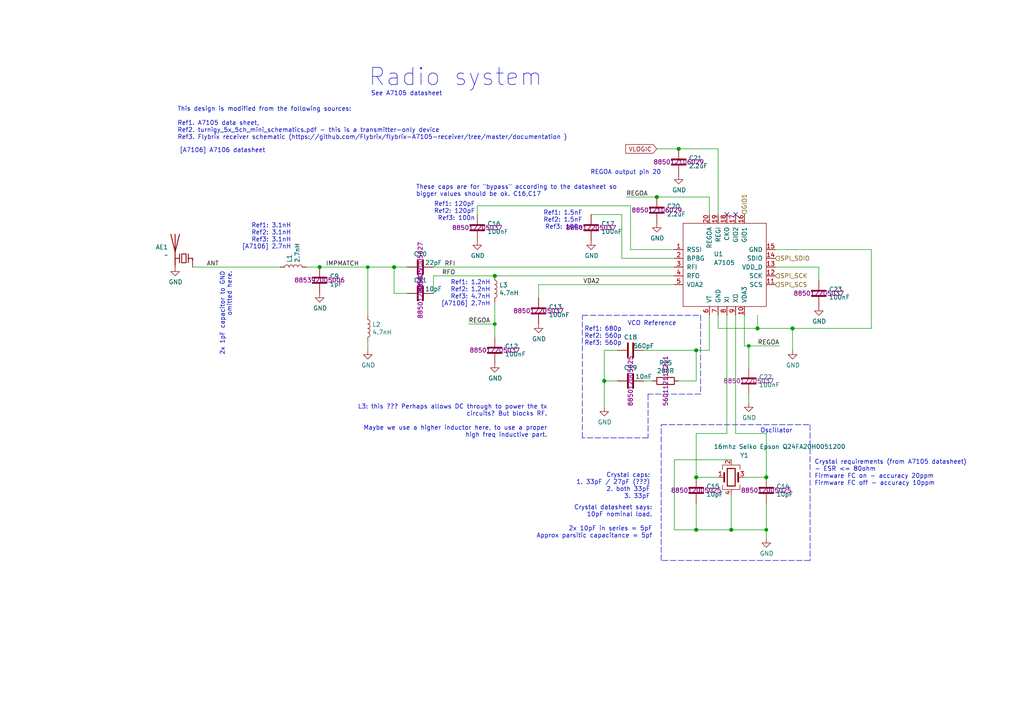
<source format=kicad_sch>
(kicad_sch
	(version 20250114)
	(generator "eeschema")
	(generator_version "9.0")
	(uuid "a7772293-9dd6-40b2-9c37-bccd0ec3017c")
	(paper "A4")
	(title_block
		(date "2020-04-29")
	)
	(lib_symbols
		(symbol "Device:Antenna_Chip"
			(pin_numbers
				(hide yes)
			)
			(pin_names
				(offset 1.016)
				(hide yes)
			)
			(exclude_from_sim no)
			(in_bom yes)
			(on_board yes)
			(property "Reference" "AE"
				(at 0 5.08 0)
				(effects
					(font
						(size 1.27 1.27)
					)
					(justify right)
				)
			)
			(property "Value" "Antenna_Chip"
				(at 0 3.175 0)
				(effects
					(font
						(size 1.27 1.27)
					)
					(justify right)
				)
			)
			(property "Footprint" ""
				(at -2.54 4.445 0)
				(effects
					(font
						(size 1.27 1.27)
					)
					(hide yes)
				)
			)
			(property "Datasheet" "~"
				(at -2.54 4.445 0)
				(effects
					(font
						(size 1.27 1.27)
					)
					(hide yes)
				)
			)
			(property "Description" "Ceramic chip antenna with pin for PCB trace"
				(at 0 0 0)
				(effects
					(font
						(size 1.27 1.27)
					)
					(hide yes)
				)
			)
			(property "ki_keywords" "antenna"
				(at 0 0 0)
				(effects
					(font
						(size 1.27 1.27)
					)
					(hide yes)
				)
			)
			(symbol "Antenna_Chip_0_1"
				(polyline
					(pts
						(xy -2.54 0) (xy -2.54 -0.635)
					)
					(stroke
						(width 0.254)
						(type default)
					)
					(fill
						(type none)
					)
				)
				(polyline
					(pts
						(xy -2.54 0) (xy -1.27 0)
					)
					(stroke
						(width 0.254)
						(type default)
					)
					(fill
						(type none)
					)
				)
				(polyline
					(pts
						(xy -1.27 1.27) (xy -1.27 -1.27) (xy -1.27 0)
					)
					(stroke
						(width 0.254)
						(type default)
					)
					(fill
						(type none)
					)
				)
				(polyline
					(pts
						(xy -0.635 1.27) (xy 0.635 1.27) (xy 0.635 -1.27) (xy -0.635 -1.27) (xy -0.635 1.27)
					)
					(stroke
						(width 0.254)
						(type default)
					)
					(fill
						(type none)
					)
				)
				(polyline
					(pts
						(xy 1.27 1.27) (xy 1.27 -1.27)
					)
					(stroke
						(width 0.254)
						(type default)
					)
					(fill
						(type none)
					)
				)
				(polyline
					(pts
						(xy 1.27 0) (xy 2.54 0)
					)
					(stroke
						(width 0.254)
						(type default)
					)
					(fill
						(type none)
					)
				)
				(polyline
					(pts
						(xy 2.54 6.985) (xy 2.54 -1.905)
					)
					(stroke
						(width 0.254)
						(type default)
					)
					(fill
						(type none)
					)
				)
				(polyline
					(pts
						(xy 2.54 -0.635) (xy 2.54 0)
					)
					(stroke
						(width 0)
						(type default)
					)
					(fill
						(type none)
					)
				)
				(polyline
					(pts
						(xy 3.81 6.985) (xy 2.54 1.905) (xy 1.27 6.985)
					)
					(stroke
						(width 0.254)
						(type default)
					)
					(fill
						(type none)
					)
				)
			)
			(symbol "Antenna_Chip_1_1"
				(pin input line
					(at -2.54 -2.54 90)
					(length 2.54)
					(name "FEED"
						(effects
							(font
								(size 1.27 1.27)
							)
						)
					)
					(number "1"
						(effects
							(font
								(size 1.27 1.27)
							)
						)
					)
				)
				(pin passive line
					(at 2.54 -2.54 90)
					(length 2.54)
					(name "PCB_Trace"
						(effects
							(font
								(size 1.27 1.27)
							)
						)
					)
					(number "2"
						(effects
							(font
								(size 1.27 1.27)
							)
						)
					)
				)
			)
			(embedded_fonts no)
		)
		(symbol "Device:C"
			(pin_numbers
				(hide yes)
			)
			(pin_names
				(offset 0.254)
			)
			(exclude_from_sim no)
			(in_bom yes)
			(on_board yes)
			(property "Reference" "C"
				(at 0.635 2.54 0)
				(effects
					(font
						(size 1.27 1.27)
					)
					(justify left)
				)
			)
			(property "Value" "C"
				(at 0.635 -2.54 0)
				(effects
					(font
						(size 1.27 1.27)
					)
					(justify left)
				)
			)
			(property "Footprint" ""
				(at 0.9652 -3.81 0)
				(effects
					(font
						(size 1.27 1.27)
					)
					(hide yes)
				)
			)
			(property "Datasheet" "~"
				(at 0 0 0)
				(effects
					(font
						(size 1.27 1.27)
					)
					(hide yes)
				)
			)
			(property "Description" "Unpolarized capacitor"
				(at 0 0 0)
				(effects
					(font
						(size 1.27 1.27)
					)
					(hide yes)
				)
			)
			(property "ki_keywords" "cap capacitor"
				(at 0 0 0)
				(effects
					(font
						(size 1.27 1.27)
					)
					(hide yes)
				)
			)
			(property "ki_fp_filters" "C_*"
				(at 0 0 0)
				(effects
					(font
						(size 1.27 1.27)
					)
					(hide yes)
				)
			)
			(symbol "C_0_1"
				(polyline
					(pts
						(xy -2.032 0.762) (xy 2.032 0.762)
					)
					(stroke
						(width 0.508)
						(type default)
					)
					(fill
						(type none)
					)
				)
				(polyline
					(pts
						(xy -2.032 -0.762) (xy 2.032 -0.762)
					)
					(stroke
						(width 0.508)
						(type default)
					)
					(fill
						(type none)
					)
				)
			)
			(symbol "C_1_1"
				(pin passive line
					(at 0 3.81 270)
					(length 2.794)
					(name "~"
						(effects
							(font
								(size 1.27 1.27)
							)
						)
					)
					(number "1"
						(effects
							(font
								(size 1.27 1.27)
							)
						)
					)
				)
				(pin passive line
					(at 0 -3.81 90)
					(length 2.794)
					(name "~"
						(effects
							(font
								(size 1.27 1.27)
							)
						)
					)
					(number "2"
						(effects
							(font
								(size 1.27 1.27)
							)
						)
					)
				)
			)
			(embedded_fonts no)
		)
		(symbol "Device:Crystal_GND24"
			(pin_names
				(offset 1.016)
				(hide yes)
			)
			(exclude_from_sim no)
			(in_bom yes)
			(on_board yes)
			(property "Reference" "Y"
				(at 3.175 5.08 0)
				(effects
					(font
						(size 1.27 1.27)
					)
					(justify left)
				)
			)
			(property "Value" "Crystal_GND24"
				(at 3.175 3.175 0)
				(effects
					(font
						(size 1.27 1.27)
					)
					(justify left)
				)
			)
			(property "Footprint" ""
				(at 0 0 0)
				(effects
					(font
						(size 1.27 1.27)
					)
					(hide yes)
				)
			)
			(property "Datasheet" "~"
				(at 0 0 0)
				(effects
					(font
						(size 1.27 1.27)
					)
					(hide yes)
				)
			)
			(property "Description" "Four pin crystal, GND on pins 2 and 4"
				(at 0 0 0)
				(effects
					(font
						(size 1.27 1.27)
					)
					(hide yes)
				)
			)
			(property "ki_keywords" "quartz ceramic resonator oscillator"
				(at 0 0 0)
				(effects
					(font
						(size 1.27 1.27)
					)
					(hide yes)
				)
			)
			(property "ki_fp_filters" "Crystal*"
				(at 0 0 0)
				(effects
					(font
						(size 1.27 1.27)
					)
					(hide yes)
				)
			)
			(symbol "Crystal_GND24_0_1"
				(polyline
					(pts
						(xy -2.54 2.286) (xy -2.54 3.556) (xy 2.54 3.556) (xy 2.54 2.286)
					)
					(stroke
						(width 0)
						(type default)
					)
					(fill
						(type none)
					)
				)
				(polyline
					(pts
						(xy -2.54 0) (xy -2.032 0)
					)
					(stroke
						(width 0)
						(type default)
					)
					(fill
						(type none)
					)
				)
				(polyline
					(pts
						(xy -2.54 -2.286) (xy -2.54 -3.556) (xy 2.54 -3.556) (xy 2.54 -2.286)
					)
					(stroke
						(width 0)
						(type default)
					)
					(fill
						(type none)
					)
				)
				(polyline
					(pts
						(xy -2.032 -1.27) (xy -2.032 1.27)
					)
					(stroke
						(width 0.508)
						(type default)
					)
					(fill
						(type none)
					)
				)
				(rectangle
					(start -1.143 2.54)
					(end 1.143 -2.54)
					(stroke
						(width 0.3048)
						(type default)
					)
					(fill
						(type none)
					)
				)
				(polyline
					(pts
						(xy 0 3.556) (xy 0 3.81)
					)
					(stroke
						(width 0)
						(type default)
					)
					(fill
						(type none)
					)
				)
				(polyline
					(pts
						(xy 0 -3.81) (xy 0 -3.556)
					)
					(stroke
						(width 0)
						(type default)
					)
					(fill
						(type none)
					)
				)
				(polyline
					(pts
						(xy 2.032 0) (xy 2.54 0)
					)
					(stroke
						(width 0)
						(type default)
					)
					(fill
						(type none)
					)
				)
				(polyline
					(pts
						(xy 2.032 -1.27) (xy 2.032 1.27)
					)
					(stroke
						(width 0.508)
						(type default)
					)
					(fill
						(type none)
					)
				)
			)
			(symbol "Crystal_GND24_1_1"
				(pin passive line
					(at -3.81 0 0)
					(length 1.27)
					(name "1"
						(effects
							(font
								(size 1.27 1.27)
							)
						)
					)
					(number "1"
						(effects
							(font
								(size 1.27 1.27)
							)
						)
					)
				)
				(pin passive line
					(at 0 5.08 270)
					(length 1.27)
					(name "2"
						(effects
							(font
								(size 1.27 1.27)
							)
						)
					)
					(number "2"
						(effects
							(font
								(size 1.27 1.27)
							)
						)
					)
				)
				(pin passive line
					(at 0 -5.08 90)
					(length 1.27)
					(name "4"
						(effects
							(font
								(size 1.27 1.27)
							)
						)
					)
					(number "4"
						(effects
							(font
								(size 1.27 1.27)
							)
						)
					)
				)
				(pin passive line
					(at 3.81 0 180)
					(length 1.27)
					(name "3"
						(effects
							(font
								(size 1.27 1.27)
							)
						)
					)
					(number "3"
						(effects
							(font
								(size 1.27 1.27)
							)
						)
					)
				)
			)
			(embedded_fonts no)
		)
		(symbol "Device:L"
			(pin_numbers
				(hide yes)
			)
			(pin_names
				(offset 1.016)
				(hide yes)
			)
			(exclude_from_sim no)
			(in_bom yes)
			(on_board yes)
			(property "Reference" "L"
				(at -1.27 0 90)
				(effects
					(font
						(size 1.27 1.27)
					)
				)
			)
			(property "Value" "L"
				(at 1.905 0 90)
				(effects
					(font
						(size 1.27 1.27)
					)
				)
			)
			(property "Footprint" ""
				(at 0 0 0)
				(effects
					(font
						(size 1.27 1.27)
					)
					(hide yes)
				)
			)
			(property "Datasheet" "~"
				(at 0 0 0)
				(effects
					(font
						(size 1.27 1.27)
					)
					(hide yes)
				)
			)
			(property "Description" "Inductor"
				(at 0 0 0)
				(effects
					(font
						(size 1.27 1.27)
					)
					(hide yes)
				)
			)
			(property "ki_keywords" "inductor choke coil reactor magnetic"
				(at 0 0 0)
				(effects
					(font
						(size 1.27 1.27)
					)
					(hide yes)
				)
			)
			(property "ki_fp_filters" "Choke_* *Coil* Inductor_* L_*"
				(at 0 0 0)
				(effects
					(font
						(size 1.27 1.27)
					)
					(hide yes)
				)
			)
			(symbol "L_0_1"
				(arc
					(start 0 2.54)
					(mid 0.6323 1.905)
					(end 0 1.27)
					(stroke
						(width 0)
						(type default)
					)
					(fill
						(type none)
					)
				)
				(arc
					(start 0 1.27)
					(mid 0.6323 0.635)
					(end 0 0)
					(stroke
						(width 0)
						(type default)
					)
					(fill
						(type none)
					)
				)
				(arc
					(start 0 0)
					(mid 0.6323 -0.635)
					(end 0 -1.27)
					(stroke
						(width 0)
						(type default)
					)
					(fill
						(type none)
					)
				)
				(arc
					(start 0 -1.27)
					(mid 0.6323 -1.905)
					(end 0 -2.54)
					(stroke
						(width 0)
						(type default)
					)
					(fill
						(type none)
					)
				)
			)
			(symbol "L_1_1"
				(pin passive line
					(at 0 3.81 270)
					(length 1.27)
					(name "1"
						(effects
							(font
								(size 1.27 1.27)
							)
						)
					)
					(number "1"
						(effects
							(font
								(size 1.27 1.27)
							)
						)
					)
				)
				(pin passive line
					(at 0 -3.81 90)
					(length 1.27)
					(name "2"
						(effects
							(font
								(size 1.27 1.27)
							)
						)
					)
					(number "2"
						(effects
							(font
								(size 1.27 1.27)
							)
						)
					)
				)
			)
			(embedded_fonts no)
		)
		(symbol "Device:R"
			(pin_numbers
				(hide yes)
			)
			(pin_names
				(offset 0)
			)
			(exclude_from_sim no)
			(in_bom yes)
			(on_board yes)
			(property "Reference" "R"
				(at 2.032 0 90)
				(effects
					(font
						(size 1.27 1.27)
					)
				)
			)
			(property "Value" "R"
				(at 0 0 90)
				(effects
					(font
						(size 1.27 1.27)
					)
				)
			)
			(property "Footprint" ""
				(at -1.778 0 90)
				(effects
					(font
						(size 1.27 1.27)
					)
					(hide yes)
				)
			)
			(property "Datasheet" "~"
				(at 0 0 0)
				(effects
					(font
						(size 1.27 1.27)
					)
					(hide yes)
				)
			)
			(property "Description" "Resistor"
				(at 0 0 0)
				(effects
					(font
						(size 1.27 1.27)
					)
					(hide yes)
				)
			)
			(property "ki_keywords" "R res resistor"
				(at 0 0 0)
				(effects
					(font
						(size 1.27 1.27)
					)
					(hide yes)
				)
			)
			(property "ki_fp_filters" "R_*"
				(at 0 0 0)
				(effects
					(font
						(size 1.27 1.27)
					)
					(hide yes)
				)
			)
			(symbol "R_0_1"
				(rectangle
					(start -1.016 -2.54)
					(end 1.016 2.54)
					(stroke
						(width 0.254)
						(type default)
					)
					(fill
						(type none)
					)
				)
			)
			(symbol "R_1_1"
				(pin passive line
					(at 0 3.81 270)
					(length 1.27)
					(name "~"
						(effects
							(font
								(size 1.27 1.27)
							)
						)
					)
					(number "1"
						(effects
							(font
								(size 1.27 1.27)
							)
						)
					)
				)
				(pin passive line
					(at 0 -3.81 90)
					(length 1.27)
					(name "~"
						(effects
							(font
								(size 1.27 1.27)
							)
						)
					)
					(number "2"
						(effects
							(font
								(size 1.27 1.27)
							)
						)
					)
				)
			)
			(embedded_fonts no)
		)
		(symbol "L_1"
			(pin_numbers
				(hide yes)
			)
			(pin_names
				(offset 1.016)
				(hide yes)
			)
			(exclude_from_sim no)
			(in_bom yes)
			(on_board yes)
			(property "Reference" "L"
				(at -1.27 0 90)
				(effects
					(font
						(size 1.27 1.27)
					)
				)
			)
			(property "Value" "L_1"
				(at 1.905 0 90)
				(effects
					(font
						(size 1.27 1.27)
					)
				)
			)
			(property "Footprint" ""
				(at 0 0 0)
				(effects
					(font
						(size 1.27 1.27)
					)
					(hide yes)
				)
			)
			(property "Datasheet" "~"
				(at 0 0 0)
				(effects
					(font
						(size 1.27 1.27)
					)
					(hide yes)
				)
			)
			(property "Description" "Inductor"
				(at 0 0 0)
				(effects
					(font
						(size 1.27 1.27)
					)
					(hide yes)
				)
			)
			(property "ki_keywords" "inductor choke coil reactor magnetic"
				(at 0 0 0)
				(effects
					(font
						(size 1.27 1.27)
					)
					(hide yes)
				)
			)
			(property "ki_fp_filters" "Choke_* *Coil* Inductor_* L_*"
				(at 0 0 0)
				(effects
					(font
						(size 1.27 1.27)
					)
					(hide yes)
				)
			)
			(symbol "L_1_0_1"
				(arc
					(start 0 2.54)
					(mid 0.6323 1.905)
					(end 0 1.27)
					(stroke
						(width 0)
						(type default)
					)
					(fill
						(type none)
					)
				)
				(arc
					(start 0 1.27)
					(mid 0.6323 0.635)
					(end 0 0)
					(stroke
						(width 0)
						(type default)
					)
					(fill
						(type none)
					)
				)
				(arc
					(start 0 0)
					(mid 0.6323 -0.635)
					(end 0 -1.27)
					(stroke
						(width 0)
						(type default)
					)
					(fill
						(type none)
					)
				)
				(arc
					(start 0 -1.27)
					(mid 0.6323 -1.905)
					(end 0 -2.54)
					(stroke
						(width 0)
						(type default)
					)
					(fill
						(type none)
					)
				)
			)
			(symbol "L_1_1_1"
				(pin passive line
					(at 0 3.81 270)
					(length 1.27)
					(name "1"
						(effects
							(font
								(size 1.27 1.27)
							)
						)
					)
					(number "1"
						(effects
							(font
								(size 1.27 1.27)
							)
						)
					)
				)
				(pin passive line
					(at 0 -3.81 90)
					(length 1.27)
					(name "2"
						(effects
							(font
								(size 1.27 1.27)
							)
						)
					)
					(number "2"
						(effects
							(font
								(size 1.27 1.27)
							)
						)
					)
				)
			)
			(embedded_fonts no)
		)
		(symbol "L_2"
			(pin_numbers
				(hide yes)
			)
			(pin_names
				(offset 1.016)
				(hide yes)
			)
			(exclude_from_sim no)
			(in_bom yes)
			(on_board yes)
			(property "Reference" "L"
				(at -1.27 0 90)
				(effects
					(font
						(size 1.27 1.27)
					)
				)
			)
			(property "Value" "L_2"
				(at 1.905 0 90)
				(effects
					(font
						(size 1.27 1.27)
					)
				)
			)
			(property "Footprint" ""
				(at 0 0 0)
				(effects
					(font
						(size 1.27 1.27)
					)
					(hide yes)
				)
			)
			(property "Datasheet" "~"
				(at 0 0 0)
				(effects
					(font
						(size 1.27 1.27)
					)
					(hide yes)
				)
			)
			(property "Description" "Inductor"
				(at 0 0 0)
				(effects
					(font
						(size 1.27 1.27)
					)
					(hide yes)
				)
			)
			(property "ki_keywords" "inductor choke coil reactor magnetic"
				(at 0 0 0)
				(effects
					(font
						(size 1.27 1.27)
					)
					(hide yes)
				)
			)
			(property "ki_fp_filters" "Choke_* *Coil* Inductor_* L_*"
				(at 0 0 0)
				(effects
					(font
						(size 1.27 1.27)
					)
					(hide yes)
				)
			)
			(symbol "L_2_0_1"
				(arc
					(start 0 2.54)
					(mid 0.6323 1.905)
					(end 0 1.27)
					(stroke
						(width 0)
						(type default)
					)
					(fill
						(type none)
					)
				)
				(arc
					(start 0 1.27)
					(mid 0.6323 0.635)
					(end 0 0)
					(stroke
						(width 0)
						(type default)
					)
					(fill
						(type none)
					)
				)
				(arc
					(start 0 0)
					(mid 0.6323 -0.635)
					(end 0 -1.27)
					(stroke
						(width 0)
						(type default)
					)
					(fill
						(type none)
					)
				)
				(arc
					(start 0 -1.27)
					(mid 0.6323 -1.905)
					(end 0 -2.54)
					(stroke
						(width 0)
						(type default)
					)
					(fill
						(type none)
					)
				)
			)
			(symbol "L_2_1_1"
				(pin passive line
					(at 0 3.81 270)
					(length 1.27)
					(name "1"
						(effects
							(font
								(size 1.27 1.27)
							)
						)
					)
					(number "1"
						(effects
							(font
								(size 1.27 1.27)
							)
						)
					)
				)
				(pin passive line
					(at 0 -3.81 90)
					(length 1.27)
					(name "2"
						(effects
							(font
								(size 1.27 1.27)
							)
						)
					)
					(number "2"
						(effects
							(font
								(size 1.27 1.27)
							)
						)
					)
				)
			)
			(embedded_fonts no)
		)
		(symbol "malenki-nanoi:A7105"
			(pin_names
				(offset 1.016)
			)
			(exclude_from_sim no)
			(in_bom yes)
			(on_board yes)
			(property "Reference" "U"
				(at 0 0 0)
				(effects
					(font
						(size 1.27 1.27)
					)
				)
			)
			(property "Value" "A7105"
				(at 0 3.81 0)
				(effects
					(font
						(size 1.27 1.27)
					)
				)
			)
			(property "Footprint" ""
				(at 0 0 0)
				(effects
					(font
						(size 1.27 1.27)
					)
					(hide yes)
				)
			)
			(property "Datasheet" ""
				(at 0 0 0)
				(effects
					(font
						(size 1.27 1.27)
					)
					(hide yes)
				)
			)
			(property "Description" ""
				(at 0 0 0)
				(effects
					(font
						(size 1.27 1.27)
					)
					(hide yes)
				)
			)
			(symbol "A7105_0_1"
				(rectangle
					(start -12.7 12.7)
					(end 11.43 -11.43)
					(stroke
						(width 0)
						(type default)
					)
					(fill
						(type none)
					)
				)
			)
			(symbol "A7105_1_1"
				(pin passive line
					(at -15.24 5.08 0)
					(length 2.54)
					(name "RSSI"
						(effects
							(font
								(size 1.27 1.27)
							)
						)
					)
					(number "1"
						(effects
							(font
								(size 1.27 1.27)
							)
						)
					)
				)
				(pin passive line
					(at -15.24 2.54 0)
					(length 2.54)
					(name "BPBG"
						(effects
							(font
								(size 1.27 1.27)
							)
						)
					)
					(number "2"
						(effects
							(font
								(size 1.27 1.27)
							)
						)
					)
				)
				(pin passive line
					(at -15.24 0 0)
					(length 2.54)
					(name "RFI"
						(effects
							(font
								(size 1.27 1.27)
							)
						)
					)
					(number "3"
						(effects
							(font
								(size 1.27 1.27)
							)
						)
					)
				)
				(pin passive line
					(at -15.24 -2.54 0)
					(length 2.54)
					(name "RFO"
						(effects
							(font
								(size 1.27 1.27)
							)
						)
					)
					(number "4"
						(effects
							(font
								(size 1.27 1.27)
							)
						)
					)
				)
				(pin passive line
					(at -15.24 -5.08 0)
					(length 2.54)
					(name "VDA2"
						(effects
							(font
								(size 1.27 1.27)
							)
						)
					)
					(number "5"
						(effects
							(font
								(size 1.27 1.27)
							)
						)
					)
				)
				(pin passive line
					(at -5.08 15.24 270)
					(length 2.54)
					(name "REGOA"
						(effects
							(font
								(size 1.27 1.27)
							)
						)
					)
					(number "20"
						(effects
							(font
								(size 1.27 1.27)
							)
						)
					)
				)
				(pin passive line
					(at -5.08 -13.97 90)
					(length 2.54)
					(name "VT"
						(effects
							(font
								(size 1.27 1.27)
							)
						)
					)
					(number "6"
						(effects
							(font
								(size 1.27 1.27)
							)
						)
					)
				)
				(pin power_in line
					(at -2.54 15.24 270)
					(length 2.54)
					(name "REGI"
						(effects
							(font
								(size 1.27 1.27)
							)
						)
					)
					(number "19"
						(effects
							(font
								(size 1.27 1.27)
							)
						)
					)
				)
				(pin power_in line
					(at -2.54 -13.97 90)
					(length 2.54)
					(name "GND"
						(effects
							(font
								(size 1.27 1.27)
							)
						)
					)
					(number "7"
						(effects
							(font
								(size 1.27 1.27)
							)
						)
					)
				)
				(pin output line
					(at 0 15.24 270)
					(length 2.54)
					(name "CKO"
						(effects
							(font
								(size 1.27 1.27)
							)
						)
					)
					(number "18"
						(effects
							(font
								(size 1.27 1.27)
							)
						)
					)
				)
				(pin passive line
					(at 0 -13.97 90)
					(length 2.54)
					(name "XI"
						(effects
							(font
								(size 1.27 1.27)
							)
						)
					)
					(number "8"
						(effects
							(font
								(size 1.27 1.27)
							)
						)
					)
				)
				(pin bidirectional line
					(at 2.54 15.24 270)
					(length 2.54)
					(name "GIO2"
						(effects
							(font
								(size 1.27 1.27)
							)
						)
					)
					(number "17"
						(effects
							(font
								(size 1.27 1.27)
							)
						)
					)
				)
				(pin passive line
					(at 2.54 -13.97 90)
					(length 2.54)
					(name "XO"
						(effects
							(font
								(size 1.27 1.27)
							)
						)
					)
					(number "9"
						(effects
							(font
								(size 1.27 1.27)
							)
						)
					)
				)
				(pin bidirectional line
					(at 5.08 15.24 270)
					(length 2.54)
					(name "GIO1"
						(effects
							(font
								(size 1.27 1.27)
							)
						)
					)
					(number "16"
						(effects
							(font
								(size 1.27 1.27)
							)
						)
					)
				)
				(pin passive line
					(at 5.08 -13.97 90)
					(length 2.54)
					(name "VDA3"
						(effects
							(font
								(size 1.27 1.27)
							)
						)
					)
					(number "10"
						(effects
							(font
								(size 1.27 1.27)
							)
						)
					)
				)
				(pin power_in line
					(at 8.89 -13.97 90)
					(length 2.54)
					(hide yes)
					(name "GND"
						(effects
							(font
								(size 1.27 1.27)
							)
						)
					)
					(number "21"
						(effects
							(font
								(size 1.27 1.27)
							)
						)
					)
				)
				(pin power_in line
					(at 13.97 5.08 180)
					(length 2.54)
					(name "GND"
						(effects
							(font
								(size 1.27 1.27)
							)
						)
					)
					(number "15"
						(effects
							(font
								(size 1.27 1.27)
							)
						)
					)
				)
				(pin bidirectional line
					(at 13.97 2.54 180)
					(length 2.54)
					(name "SDIO"
						(effects
							(font
								(size 1.27 1.27)
							)
						)
					)
					(number "14"
						(effects
							(font
								(size 1.27 1.27)
							)
						)
					)
				)
				(pin passive line
					(at 13.97 0 180)
					(length 2.54)
					(name "VDD_D"
						(effects
							(font
								(size 1.27 1.27)
							)
						)
					)
					(number "13"
						(effects
							(font
								(size 1.27 1.27)
							)
						)
					)
				)
				(pin input line
					(at 13.97 -2.54 180)
					(length 2.54)
					(name "SCK"
						(effects
							(font
								(size 1.27 1.27)
							)
						)
					)
					(number "12"
						(effects
							(font
								(size 1.27 1.27)
							)
						)
					)
				)
				(pin input line
					(at 13.97 -5.08 180)
					(length 2.54)
					(name "SCS"
						(effects
							(font
								(size 1.27 1.27)
							)
						)
					)
					(number "11"
						(effects
							(font
								(size 1.27 1.27)
							)
						)
					)
				)
			)
			(embedded_fonts no)
		)
		(symbol "power:GND"
			(power)
			(pin_names
				(offset 0)
			)
			(exclude_from_sim no)
			(in_bom yes)
			(on_board yes)
			(property "Reference" "#PWR"
				(at 0 -6.35 0)
				(effects
					(font
						(size 1.27 1.27)
					)
					(hide yes)
				)
			)
			(property "Value" "GND"
				(at 0 -3.81 0)
				(effects
					(font
						(size 1.27 1.27)
					)
				)
			)
			(property "Footprint" ""
				(at 0 0 0)
				(effects
					(font
						(size 1.27 1.27)
					)
					(hide yes)
				)
			)
			(property "Datasheet" ""
				(at 0 0 0)
				(effects
					(font
						(size 1.27 1.27)
					)
					(hide yes)
				)
			)
			(property "Description" "Power symbol creates a global label with name \"GND\" , ground"
				(at 0 0 0)
				(effects
					(font
						(size 1.27 1.27)
					)
					(hide yes)
				)
			)
			(property "ki_keywords" "power-flag"
				(at 0 0 0)
				(effects
					(font
						(size 1.27 1.27)
					)
					(hide yes)
				)
			)
			(symbol "GND_0_1"
				(polyline
					(pts
						(xy 0 0) (xy 0 -1.27) (xy 1.27 -1.27) (xy 0 -2.54) (xy -1.27 -1.27) (xy 0 -1.27)
					)
					(stroke
						(width 0)
						(type default)
					)
					(fill
						(type none)
					)
				)
			)
			(symbol "GND_1_1"
				(pin power_in line
					(at 0 0 270)
					(length 0)
					(hide yes)
					(name "GND"
						(effects
							(font
								(size 1.27 1.27)
							)
						)
					)
					(number "1"
						(effects
							(font
								(size 1.27 1.27)
							)
						)
					)
				)
			)
			(embedded_fonts no)
		)
	)
	(text "REGOA output pin 20"
		(exclude_from_sim no)
		(at 191.77 50.8 0)
		(effects
			(font
				(size 1.27 1.27)
			)
			(justify right bottom)
		)
		(uuid "0d7c8404-7496-4e60-8075-7279b8b306c8")
	)
	(text "Radio system"
		(exclude_from_sim no)
		(at 157.48 25.4 0)
		(effects
			(font
				(size 5.0038 5.0038)
			)
			(justify right bottom)
		)
		(uuid "113263ea-696d-4fd0-8f05-c2ed416e3dab")
	)
	(text "Ref1: 3.1nH\nRef2: 3.1nH\nRef3: 3.1nH\n[A7106] 2.7nH"
		(exclude_from_sim no)
		(at 84.455 72.39 0)
		(effects
			(font
				(size 1.27 1.27)
			)
			(justify right bottom)
		)
		(uuid "3cc5f392-92f5-4518-bf8d-7a496934776f")
	)
	(text "See A7105 datasheet"
		(exclude_from_sim no)
		(at 128.27 27.94 0)
		(effects
			(font
				(size 1.27 1.27)
			)
			(justify right bottom)
		)
		(uuid "57db2d90-12a8-4dce-be28-8bc1bb060806")
	)
	(text "Ref1: 120pF\nRef2: 120pF\nRef3: 100n"
		(exclude_from_sim no)
		(at 137.795 64.135 0)
		(effects
			(font
				(size 1.27 1.27)
			)
			(justify right bottom)
		)
		(uuid "5daa5d32-baa2-401b-b32f-2e88ec7b2402")
	)
	(text "Crystal datasheet says:\n10pF nominal load.\n\n2x 10pF in series = 5pF\nApprox parsitic capacitance = 5pf"
		(exclude_from_sim no)
		(at 189.23 156.21 0)
		(effects
			(font
				(size 1.27 1.27)
			)
			(justify right bottom)
		)
		(uuid "611713c4-a1a0-4d88-9db0-e75c2bd5a5e0")
	)
	(text "Oscillator"
		(exclude_from_sim no)
		(at 229.87 125.73 0)
		(effects
			(font
				(size 1.27 1.27)
			)
			(justify right bottom)
		)
		(uuid "6ed8e22a-d4f5-4712-bc68-ef04aaa8ffeb")
	)
	(text "Ref1: 1.2nH\nRef2: 1.2nH\nRef3: 4.7nH\n[A7106] 2.7nH"
		(exclude_from_sim no)
		(at 142.24 88.9 0)
		(effects
			(font
				(size 1.27 1.27)
			)
			(justify right bottom)
		)
		(uuid "74274587-a090-48ea-ad9d-3e1b20c43198")
	)
	(text "L3: this ??? Perhaps allows DC through to power the tx\ncircuits? But blocks RF.\n\nMaybe we use a higher inductor here, to use a proper\nhigh freq inductive part."
		(exclude_from_sim no)
		(at 158.75 127 0)
		(effects
			(font
				(size 1.27 1.27)
			)
			(justify right bottom)
		)
		(uuid "795d4d40-3119-4030-a1d9-82269e9fbcb5")
	)
	(text "Crystal requirements (from A7105 datasheet)\n- ESR <= 80ohm\nFirmware FC on - accuracy 20ppm\nFirmware FC off - accuracy 10ppm"
		(exclude_from_sim no)
		(at 236.22 140.97 0)
		(effects
			(font
				(size 1.27 1.27)
			)
			(justify left bottom)
		)
		(uuid "955233ae-3a4d-47a6-96c3-28c6b5d47f99")
	)
	(text "[A7106] A7106 datasheet"
		(exclude_from_sim no)
		(at 52.07 44.45 0)
		(effects
			(font
				(size 1.27 1.27)
			)
			(justify left bottom)
		)
		(uuid "a4ec47e6-e607-4e90-8c9f-8354e7ee987b")
	)
	(text "These caps are for \"bypass\" according to the datasheet so\nbigger values should be ok. C16,C17"
		(exclude_from_sim no)
		(at 120.65 57.15 0)
		(effects
			(font
				(size 1.27 1.27)
			)
			(justify left bottom)
		)
		(uuid "a835838b-42be-4bd1-b509-fc92b7e5a1fb")
	)
	(text "Ref1: 680p\nRef2: 560p\nRef3: 560p"
		(exclude_from_sim no)
		(at 180.34 100.33 0)
		(effects
			(font
				(size 1.27 1.27)
			)
			(justify right bottom)
		)
		(uuid "aabbdd83-46dc-4766-993c-7f00395bd7bb")
	)
	(text "VCO Reference"
		(exclude_from_sim no)
		(at 196.215 94.615 0)
		(effects
			(font
				(size 1.27 1.27)
			)
			(justify right bottom)
		)
		(uuid "b3dd5f42-ee0e-4d02-a53a-c476bdff6dba")
	)
	(text "2x 1pF capacitor to GND\nomitted here."
		(exclude_from_sim no)
		(at 67.31 78.74 90)
		(effects
			(font
				(size 1.27 1.27)
			)
			(justify right bottom)
		)
		(uuid "bd4d1385-ad2c-4bcb-ba9d-c6a19bcf70f1")
	)
	(text "This design is modified from the following sources:\n\nRef1. A7105 data sheet, \nRef2. turnigy_5x_5ch_mini_schematics.pdf - this is a transmitter-only device\nRef3. Flybrix receiver schematic (https://github.com/Flybrix/flybrix-A7105-receiver/tree/master/documentation )\n"
		(exclude_from_sim no)
		(at 51.435 40.64 0)
		(effects
			(font
				(size 1.27 1.27)
			)
			(justify left bottom)
		)
		(uuid "ca6f1003-51e2-45f4-afaf-33829bb310e3")
	)
	(text "Crystal caps:\n1. 33pF / 27pF (???)\n2. both 33pF\n3. 33pF"
		(exclude_from_sim no)
		(at 188.595 144.78 0)
		(effects
			(font
				(size 1.27 1.27)
			)
			(justify right bottom)
		)
		(uuid "dafb02c4-884b-4b90-8ec4-e8ac6db0cda3")
	)
	(text "Ref1: 1.5nF\nRef2: 1.5nF\nRef3: 100n"
		(exclude_from_sim no)
		(at 168.91 66.675 0)
		(effects
			(font
				(size 1.27 1.27)
			)
			(justify right bottom)
		)
		(uuid "e8e3a1ab-064a-4da3-8512-57cf6fac7ee4")
	)
	(junction
		(at 222.25 153.67)
		(diameter 0)
		(color 0 0 0 0)
		(uuid "0f1bfd42-1b26-4044-8765-ce417499e268")
	)
	(junction
		(at 143.51 93.98)
		(diameter 0)
		(color 0 0 0 0)
		(uuid "1cf581d3-155c-4e0b-aa3f-4bc9cef97a9b")
	)
	(junction
		(at 229.87 95.25)
		(diameter 1.016)
		(color 0 0 0 0)
		(uuid "27dc6835-71ab-4e50-9299-0b5d257b16c0")
	)
	(junction
		(at 201.93 101.6)
		(diameter 1.016)
		(color 0 0 0 0)
		(uuid "2ffaedd0-afc8-44fb-9810-fdf0d17f6f4a")
	)
	(junction
		(at 106.68 77.47)
		(diameter 0)
		(color 0 0 0 0)
		(uuid "37fbca92-84e7-4a82-a433-971cfe1ceb18")
	)
	(junction
		(at 219.71 95.25)
		(diameter 1.016)
		(color 0 0 0 0)
		(uuid "3833c17f-6ac4-4f99-a44c-80b2dd7bc486")
	)
	(junction
		(at 217.17 100.33)
		(diameter 0)
		(color 0 0 0 0)
		(uuid "53376de1-f521-4992-8b25-5829f8380f94")
	)
	(junction
		(at 212.09 153.67)
		(diameter 1.016)
		(color 0 0 0 0)
		(uuid "6e101ef3-237e-40cd-aa2a-8d10d77f3e3a")
	)
	(junction
		(at 201.93 153.67)
		(diameter 1.016)
		(color 0 0 0 0)
		(uuid "8be068a4-a8b5-4267-a6d5-42473565a2fb")
	)
	(junction
		(at 222.25 138.43)
		(diameter 1.016)
		(color 0 0 0 0)
		(uuid "91942cdc-6da7-417e-a5e5-4c51e0563770")
	)
	(junction
		(at 92.71 77.47)
		(diameter 1.016)
		(color 0 0 0 0)
		(uuid "a27a3051-0216-4d23-84dc-936ecf410b16")
	)
	(junction
		(at 201.93 138.43)
		(diameter 1.016)
		(color 0 0 0 0)
		(uuid "aa777cf5-72b9-4914-932d-3b1eef1816d0")
	)
	(junction
		(at 143.51 80.01)
		(diameter 1.016)
		(color 0 0 0 0)
		(uuid "ade45247-7e13-43d3-8b80-f1f5b5b86426")
	)
	(junction
		(at 190.5 57.15)
		(diameter 1.016)
		(color 0 0 0 0)
		(uuid "c34299b7-e053-4bc7-9482-b66433a2bf20")
	)
	(junction
		(at 175.26 110.49)
		(diameter 1.016)
		(color 0 0 0 0)
		(uuid "cfb42474-b63c-4afc-85cc-136d03cb9826")
	)
	(junction
		(at 196.85 43.18)
		(diameter 1.016)
		(color 0 0 0 0)
		(uuid "d410476d-830a-4b8a-9b4e-c9a09528b2fe")
	)
	(junction
		(at 114.3 77.47)
		(diameter 1.016)
		(color 0 0 0 0)
		(uuid "f06c6feb-b137-4041-ae4c-7c925c63727b")
	)
	(no_connect
		(at 210.82 62.23)
		(uuid "7cfe15f6-6a42-4c0b-be5c-43b66a58aaaa")
	)
	(no_connect
		(at 213.36 62.23)
		(uuid "eccab14b-8810-4ec1-908d-b5659bf5d7a1")
	)
	(wire
		(pts
			(xy 181.61 57.15) (xy 190.5 57.15)
		)
		(stroke
			(width 0)
			(type solid)
		)
		(uuid "00005678-5a31-44e7-b35e-6d5237b8d0d9")
	)
	(wire
		(pts
			(xy 182.88 59.69) (xy 138.43 59.69)
		)
		(stroke
			(width 0)
			(type solid)
		)
		(uuid "012990cf-de0a-4c18-98f9-b237ef92d640")
	)
	(wire
		(pts
			(xy 213.36 125.73) (xy 213.36 91.44)
		)
		(stroke
			(width 0)
			(type solid)
		)
		(uuid "04c7b836-ca4c-4b81-b7bb-706f395b3027")
	)
	(wire
		(pts
			(xy 180.34 62.23) (xy 171.45 62.23)
		)
		(stroke
			(width 0)
			(type solid)
		)
		(uuid "1040d1c6-f5a4-453b-82a5-333c4cbb6e8d")
	)
	(wire
		(pts
			(xy 217.17 114.3) (xy 217.17 116.84)
		)
		(stroke
			(width 0)
			(type default)
		)
		(uuid "11d1a9fd-2f21-43fc-abe6-bee9f0e75bf7")
	)
	(wire
		(pts
			(xy 118.11 85.09) (xy 114.3 85.09)
		)
		(stroke
			(width 0)
			(type solid)
		)
		(uuid "14ef72af-b57d-4c9c-8789-9f9c5cf0211f")
	)
	(wire
		(pts
			(xy 143.51 80.01) (xy 195.58 80.01)
		)
		(stroke
			(width 0)
			(type solid)
		)
		(uuid "1958d950-5e6a-47c8-aa5b-1ba4facd308b")
	)
	(wire
		(pts
			(xy 186.69 101.6) (xy 201.93 101.6)
		)
		(stroke
			(width 0)
			(type solid)
		)
		(uuid "19a924c2-d8b7-4739-8de3-42ebe936ffee")
	)
	(wire
		(pts
			(xy 201.93 125.73) (xy 201.93 138.43)
		)
		(stroke
			(width 0)
			(type solid)
		)
		(uuid "1cc44f98-cd20-4e0a-aa0f-aebf3b8dcd6d")
	)
	(wire
		(pts
			(xy 201.93 153.67) (xy 201.93 146.05)
		)
		(stroke
			(width 0)
			(type solid)
		)
		(uuid "1d6323bf-898b-4aab-8363-9c2cc4c6d64d")
	)
	(polyline
		(pts
			(xy 203.2 91.44) (xy 203.2 114.3)
		)
		(stroke
			(width 0)
			(type dash)
		)
		(uuid "22fcd458-65e0-46f0-9e7f-92db3b30f183")
	)
	(wire
		(pts
			(xy 196.85 43.18) (xy 208.28 43.18)
		)
		(stroke
			(width 0)
			(type solid)
		)
		(uuid "29d0f908-5e99-449f-8ad6-0f3c5d0c50c2")
	)
	(wire
		(pts
			(xy 125.73 80.01) (xy 125.73 85.09)
		)
		(stroke
			(width 0)
			(type solid)
		)
		(uuid "2ded0d1d-ee02-4b30-b4fc-46a9e8932470")
	)
	(wire
		(pts
			(xy 201.93 101.6) (xy 201.93 110.49)
		)
		(stroke
			(width 0)
			(type solid)
		)
		(uuid "37392666-47ea-4d95-9214-11bc47e75695")
	)
	(wire
		(pts
			(xy 229.87 95.25) (xy 252.73 95.25)
		)
		(stroke
			(width 0)
			(type solid)
		)
		(uuid "38f6253a-6451-4077-87bd-08446712d48b")
	)
	(wire
		(pts
			(xy 125.73 80.01) (xy 143.51 80.01)
		)
		(stroke
			(width 0)
			(type solid)
		)
		(uuid "3ac1910f-96fc-4984-8c58-2db6d8f4671d")
	)
	(wire
		(pts
			(xy 224.79 77.47) (xy 237.49 77.47)
		)
		(stroke
			(width 0)
			(type solid)
		)
		(uuid "3be4c90c-2b11-4ed4-8872-454d8ff4988d")
	)
	(wire
		(pts
			(xy 219.71 91.44) (xy 219.71 95.25)
		)
		(stroke
			(width 0)
			(type solid)
		)
		(uuid "3cf84089-d5f8-4018-afcc-c475156d964f")
	)
	(wire
		(pts
			(xy 212.09 133.35) (xy 195.58 133.35)
		)
		(stroke
			(width 0)
			(type solid)
		)
		(uuid "40597bc8-ff5e-458e-b740-1c37c62e973a")
	)
	(wire
		(pts
			(xy 195.58 153.67) (xy 201.93 153.67)
		)
		(stroke
			(width 0)
			(type solid)
		)
		(uuid "42101496-8cee-4c3e-945b-169cc7fc0fe8")
	)
	(wire
		(pts
			(xy 237.49 77.47) (xy 237.49 81.28)
		)
		(stroke
			(width 0)
			(type solid)
		)
		(uuid "47fbef79-9210-461f-b290-25c5937bc48d")
	)
	(wire
		(pts
			(xy 195.58 133.35) (xy 195.58 153.67)
		)
		(stroke
			(width 0)
			(type solid)
		)
		(uuid "49681a39-3eb1-4838-8bff-65b2a5578102")
	)
	(wire
		(pts
			(xy 175.26 101.6) (xy 175.26 110.49)
		)
		(stroke
			(width 0)
			(type solid)
		)
		(uuid "4aad12e8-1a92-4766-afd5-8c671ffb373b")
	)
	(polyline
		(pts
			(xy 168.91 127) (xy 168.91 91.44)
		)
		(stroke
			(width 0)
			(type dash)
		)
		(uuid "4c43d8d8-5408-40d1-81a8-9ed6970e6fbd")
	)
	(wire
		(pts
			(xy 215.9 138.43) (xy 222.25 138.43)
		)
		(stroke
			(width 0)
			(type solid)
		)
		(uuid "4f748d2d-f5ba-4051-989e-232fa1ac543e")
	)
	(wire
		(pts
			(xy 222.25 153.67) (xy 222.25 156.21)
		)
		(stroke
			(width 0)
			(type solid)
		)
		(uuid "561f1fa5-8337-49f7-867a-bdb7b7513f6e")
	)
	(wire
		(pts
			(xy 201.93 101.6) (xy 205.74 101.6)
		)
		(stroke
			(width 0)
			(type solid)
		)
		(uuid "582907e0-b900-458e-ad0f-031dfed9804b")
	)
	(polyline
		(pts
			(xy 234.95 123.19) (xy 234.95 162.56)
		)
		(stroke
			(width 0)
			(type dash)
		)
		(uuid "5bc09673-58f9-4a15-bac4-dc0abc0904a5")
	)
	(wire
		(pts
			(xy 186.69 110.49) (xy 189.23 110.49)
		)
		(stroke
			(width 0)
			(type solid)
		)
		(uuid "5d804e66-4eb0-4afc-9761-695b539c84c0")
	)
	(wire
		(pts
			(xy 210.82 125.73) (xy 201.93 125.73)
		)
		(stroke
			(width 0)
			(type solid)
		)
		(uuid "5fa06812-1644-468d-869b-c584cc8a4f35")
	)
	(wire
		(pts
			(xy 215.9 91.44) (xy 215.9 100.33)
		)
		(stroke
			(width 0)
			(type solid)
		)
		(uuid "6254e959-f875-4732-a0c4-cc797646c34f")
	)
	(wire
		(pts
			(xy 143.51 93.98) (xy 143.51 97.79)
		)
		(stroke
			(width 0)
			(type solid)
		)
		(uuid "6716696a-181f-4fcb-a126-0cf136f7c02b")
	)
	(wire
		(pts
			(xy 201.93 153.67) (xy 212.09 153.67)
		)
		(stroke
			(width 0)
			(type solid)
		)
		(uuid "677d054b-0fda-42fc-b7e7-c1805bcc6a05")
	)
	(wire
		(pts
			(xy 217.17 100.33) (xy 217.17 106.68)
		)
		(stroke
			(width 0)
			(type solid)
		)
		(uuid "684ceb7d-9d1a-4ccf-9451-9d9130362005")
	)
	(wire
		(pts
			(xy 114.3 77.47) (xy 114.3 85.09)
		)
		(stroke
			(width 0)
			(type solid)
		)
		(uuid "6a797b9d-edba-4846-a185-62a3cf82fd57")
	)
	(wire
		(pts
			(xy 210.82 91.44) (xy 210.82 125.73)
		)
		(stroke
			(width 0)
			(type solid)
		)
		(uuid "6d7288e9-b032-482e-9d57-8f5e156ae332")
	)
	(wire
		(pts
			(xy 175.26 110.49) (xy 179.07 110.49)
		)
		(stroke
			(width 0)
			(type solid)
		)
		(uuid "6e1f7656-1a3c-40e5-b52c-3e4d195eed83")
	)
	(wire
		(pts
			(xy 222.25 138.43) (xy 222.25 125.73)
		)
		(stroke
			(width 0)
			(type solid)
		)
		(uuid "6e481c26-e8d5-4a1e-af32-822a24366b56")
	)
	(polyline
		(pts
			(xy 191.77 162.56) (xy 191.77 123.19)
		)
		(stroke
			(width 0)
			(type dash)
		)
		(uuid "71b0e19f-fab7-48de-a738-8c3add3638b9")
	)
	(wire
		(pts
			(xy 208.28 91.44) (xy 208.28 95.25)
		)
		(stroke
			(width 0)
			(type solid)
		)
		(uuid "71e6087f-bc20-4a50-9467-1ee086c8e322")
	)
	(wire
		(pts
			(xy 208.28 95.25) (xy 219.71 95.25)
		)
		(stroke
			(width 0)
			(type solid)
		)
		(uuid "71e63805-94e1-47b9-b00e-2170a3712224")
	)
	(wire
		(pts
			(xy 217.17 100.33) (xy 226.06 100.33)
		)
		(stroke
			(width 0)
			(type solid)
		)
		(uuid "79c84813-3aea-4b64-b699-d63aab5ba507")
	)
	(wire
		(pts
			(xy 195.58 72.39) (xy 182.88 72.39)
		)
		(stroke
			(width 0)
			(type solid)
		)
		(uuid "7c72ff4c-ce44-47f9-9c99-00ea63ba978c")
	)
	(wire
		(pts
			(xy 219.71 95.25) (xy 229.87 95.25)
		)
		(stroke
			(width 0)
			(type solid)
		)
		(uuid "7e110d65-97c4-4f4a-a917-43951dd9c9db")
	)
	(wire
		(pts
			(xy 215.9 100.33) (xy 217.17 100.33)
		)
		(stroke
			(width 0)
			(type solid)
		)
		(uuid "8180d866-8fa2-489a-be6d-8434b5920e27")
	)
	(wire
		(pts
			(xy 114.3 77.47) (xy 118.11 77.47)
		)
		(stroke
			(width 0)
			(type solid)
		)
		(uuid "87afbaad-5d86-4156-a7bb-bed7e37a0e0d")
	)
	(wire
		(pts
			(xy 179.07 101.6) (xy 175.26 101.6)
		)
		(stroke
			(width 0)
			(type solid)
		)
		(uuid "8a93e99b-cbb4-49f1-ad65-79f6ec663688")
	)
	(polyline
		(pts
			(xy 187.96 114.3) (xy 187.96 127)
		)
		(stroke
			(width 0)
			(type dash)
		)
		(uuid "8bb41827-4c73-4f44-957b-d453c55b9512")
	)
	(polyline
		(pts
			(xy 234.95 162.56) (xy 191.77 162.56)
		)
		(stroke
			(width 0)
			(type dash)
		)
		(uuid "90d87d95-7dd7-46d5-83b1-88618a7e3822")
	)
	(wire
		(pts
			(xy 224.79 72.39) (xy 252.73 72.39)
		)
		(stroke
			(width 0)
			(type solid)
		)
		(uuid "9365bfc1-5f98-4ce4-8dc8-e9850850ba08")
	)
	(wire
		(pts
			(xy 190.5 57.15) (xy 205.74 57.15)
		)
		(stroke
			(width 0)
			(type solid)
		)
		(uuid "9381aa02-a087-4053-b103-a21b50a8527a")
	)
	(polyline
		(pts
			(xy 168.91 91.44) (xy 203.2 91.44)
		)
		(stroke
			(width 0)
			(type dash)
		)
		(uuid "97cb7210-1350-4f6d-b3e1-04339fb9e70a")
	)
	(wire
		(pts
			(xy 205.74 91.44) (xy 205.74 101.6)
		)
		(stroke
			(width 0)
			(type solid)
		)
		(uuid "97ce5fd3-4caf-42df-aa6d-b9ec71f7302b")
	)
	(wire
		(pts
			(xy 143.51 87.63) (xy 143.51 93.98)
		)
		(stroke
			(width 0)
			(type solid)
		)
		(uuid "9b214ecb-8d14-4de8-a2d6-8bfea2260328")
	)
	(wire
		(pts
			(xy 106.68 77.47) (xy 114.3 77.47)
		)
		(stroke
			(width 0)
			(type solid)
		)
		(uuid "a8cc4ddf-2c47-4910-a76e-42cc64b9aeba")
	)
	(wire
		(pts
			(xy 55.88 77.47) (xy 81.28 77.47)
		)
		(stroke
			(width 0)
			(type solid)
		)
		(uuid "b121a0c4-ad53-47d1-ae9d-b7fc79426743")
	)
	(wire
		(pts
			(xy 182.88 72.39) (xy 182.88 59.69)
		)
		(stroke
			(width 0)
			(type solid)
		)
		(uuid "b315ca49-2dcc-4822-953a-63412480c191")
	)
	(wire
		(pts
			(xy 208.28 62.23) (xy 208.28 43.18)
		)
		(stroke
			(width 0)
			(type solid)
		)
		(uuid "b3d66ad9-86a9-4719-9e32-3a726a928373")
	)
	(wire
		(pts
			(xy 138.43 59.69) (xy 138.43 62.23)
		)
		(stroke
			(width 0)
			(type solid)
		)
		(uuid "b7b1ff00-3d14-4200-91d3-9147faf6d5e4")
	)
	(wire
		(pts
			(xy 135.89 93.98) (xy 143.51 93.98)
		)
		(stroke
			(width 0)
			(type solid)
		)
		(uuid "b7c918fe-65d0-485b-9f60-82a9bd6304ad")
	)
	(wire
		(pts
			(xy 212.09 143.51) (xy 212.09 153.67)
		)
		(stroke
			(width 0)
			(type solid)
		)
		(uuid "bed37a0c-945d-42ad-8614-26186af33884")
	)
	(wire
		(pts
			(xy 190.5 43.18) (xy 196.85 43.18)
		)
		(stroke
			(width 0)
			(type solid)
		)
		(uuid "c2420514-9427-41b1-a64f-2a6d84474f8b")
	)
	(wire
		(pts
			(xy 205.74 62.23) (xy 205.74 57.15)
		)
		(stroke
			(width 0)
			(type solid)
		)
		(uuid "c36849f4-5fd6-4f70-b375-bf6e68cbee3a")
	)
	(polyline
		(pts
			(xy 187.96 127) (xy 168.91 127)
		)
		(stroke
			(width 0)
			(type dash)
		)
		(uuid "c584cb5d-daf4-4c74-a3dd-20cc8c18d6cd")
	)
	(wire
		(pts
			(xy 252.73 72.39) (xy 252.73 95.25)
		)
		(stroke
			(width 0)
			(type solid)
		)
		(uuid "c5ce0df2-a13b-4d8b-90f6-03376eb8008e")
	)
	(wire
		(pts
			(xy 212.09 153.67) (xy 222.25 153.67)
		)
		(stroke
			(width 0)
			(type solid)
		)
		(uuid "cc3e8514-5705-4c9e-93fd-2bca0be73684")
	)
	(wire
		(pts
			(xy 222.25 125.73) (xy 213.36 125.73)
		)
		(stroke
			(width 0)
			(type solid)
		)
		(uuid "cd9ffe5c-53f1-4e5e-b525-22eda3938b74")
	)
	(wire
		(pts
			(xy 106.68 77.47) (xy 106.68 91.44)
		)
		(stroke
			(width 0)
			(type default)
		)
		(uuid "d011acfe-0d04-4abc-83b9-d73de061de66")
	)
	(wire
		(pts
			(xy 229.87 95.25) (xy 229.87 101.6)
		)
		(stroke
			(width 0)
			(type solid)
		)
		(uuid "d4c2fa95-703c-468f-9a46-5fe60a0bcbe3")
	)
	(wire
		(pts
			(xy 125.73 77.47) (xy 195.58 77.47)
		)
		(stroke
			(width 0)
			(type solid)
		)
		(uuid "dc628e67-a730-4cdb-ae62-1ecece57b17f")
	)
	(polyline
		(pts
			(xy 203.2 114.3) (xy 187.96 114.3)
		)
		(stroke
			(width 0)
			(type dash)
		)
		(uuid "dcac53a4-f16e-4bf7-b4f8-21517591a1a5")
	)
	(wire
		(pts
			(xy 195.58 74.93) (xy 180.34 74.93)
		)
		(stroke
			(width 0)
			(type solid)
		)
		(uuid "dd0977a8-6689-4367-9882-f0f79431d928")
	)
	(wire
		(pts
			(xy 195.58 82.55) (xy 156.21 82.55)
		)
		(stroke
			(width 0)
			(type solid)
		)
		(uuid "e2e49397-5461-48a2-b0cf-f0c3019177e7")
	)
	(wire
		(pts
			(xy 180.34 74.93) (xy 180.34 62.23)
		)
		(stroke
			(width 0)
			(type solid)
		)
		(uuid "e35b013d-7530-40bc-8736-fc0a6efd1dc3")
	)
	(wire
		(pts
			(xy 196.85 110.49) (xy 201.93 110.49)
		)
		(stroke
			(width 0)
			(type solid)
		)
		(uuid "e54c34f5-ce31-46b6-aaf2-46ff2d77f712")
	)
	(wire
		(pts
			(xy 201.93 138.43) (xy 208.28 138.43)
		)
		(stroke
			(width 0)
			(type solid)
		)
		(uuid "e6502a62-06e7-43b1-965a-36c598f11c5c")
	)
	(wire
		(pts
			(xy 222.25 153.67) (xy 222.25 146.05)
		)
		(stroke
			(width 0)
			(type solid)
		)
		(uuid "e6e3e10c-70af-40c5-a5be-b2072e522baa")
	)
	(wire
		(pts
			(xy 88.9 77.47) (xy 92.71 77.47)
		)
		(stroke
			(width 0)
			(type solid)
		)
		(uuid "e8f0718b-a66e-4e61-8b03-0ece8cf9ac9d")
	)
	(polyline
		(pts
			(xy 191.77 123.19) (xy 234.95 123.19)
		)
		(stroke
			(width 0)
			(type dash)
		)
		(uuid "ec8650b9-7139-423f-a972-b0bd7bd9d4a5")
	)
	(wire
		(pts
			(xy 175.26 110.49) (xy 175.26 118.11)
		)
		(stroke
			(width 0)
			(type solid)
		)
		(uuid "f28c3e08-fa33-48a3-b721-2d0aedb8921e")
	)
	(wire
		(pts
			(xy 156.21 82.55) (xy 156.21 86.36)
		)
		(stroke
			(width 0)
			(type solid)
		)
		(uuid "f68aa38e-01aa-421d-817a-cd39bb838689")
	)
	(wire
		(pts
			(xy 106.68 99.06) (xy 106.68 101.6)
		)
		(stroke
			(width 0)
			(type default)
		)
		(uuid "f7a817fb-3ea0-49eb-b619-9d2f625628af")
	)
	(wire
		(pts
			(xy 92.71 77.47) (xy 106.68 77.47)
		)
		(stroke
			(width 0)
			(type solid)
		)
		(uuid "f9d0fe6d-fc8a-4deb-89ea-c22bfad7884d")
	)
	(label "REGOA"
		(at 135.89 93.98 0)
		(effects
			(font
				(size 1.27 1.27)
			)
			(justify left bottom)
		)
		(uuid "0b899449-cb79-4798-96ca-0eab873b6676")
	)
	(label "RFI"
		(at 132.08 77.47 180)
		(effects
			(font
				(size 1.27 1.27)
			)
			(justify right bottom)
		)
		(uuid "0fca09b6-561e-48be-8770-7d3a08927592")
	)
	(label "RFO"
		(at 132.08 80.01 180)
		(effects
			(font
				(size 1.27 1.27)
			)
			(justify right bottom)
		)
		(uuid "4412ed46-1a41-4931-b12d-2c9a2fc8c1c8")
	)
	(label "REGOA"
		(at 181.61 57.15 0)
		(effects
			(font
				(size 1.27 1.27)
			)
			(justify left bottom)
		)
		(uuid "76a5f5a1-e64c-4590-9bf0-8acd467d0f68")
	)
	(label "ANT"
		(at 63.5 77.47 180)
		(effects
			(font
				(size 1.27 1.27)
			)
			(justify right bottom)
		)
		(uuid "d829e100-3a91-462d-bdda-c1797fc65c9d")
	)
	(label "IMPMATCH"
		(at 104.14 77.47 180)
		(effects
			(font
				(size 1.27 1.27)
			)
			(justify right bottom)
		)
		(uuid "dd495fa4-b2b6-4507-8159-daafbb3b68be")
	)
	(label "REGOA"
		(at 226.06 100.33 180)
		(effects
			(font
				(size 1.27 1.27)
			)
			(justify right bottom)
		)
		(uuid "f49e208c-5bb8-4208-a974-9eea79957938")
	)
	(label "VDA2"
		(at 173.99 82.55 180)
		(effects
			(font
				(size 1.27 1.27)
			)
			(justify right bottom)
		)
		(uuid "fb61a4e9-c20a-4e7d-9f5f-0e849948d48a")
	)
	(global_label "VLOGIC"
		(shape input)
		(at 190.5 43.18 180)
		(fields_autoplaced yes)
		(effects
			(font
				(size 1.27 1.27)
			)
			(justify right)
		)
		(uuid "4b51b24f-e61d-4ecf-879a-38e266659ee6")
		(property "Intersheetrefs" "${INTERSHEET_REFS}"
			(at 180.9071 43.18 0)
			(effects
				(font
					(size 1.27 1.27)
				)
				(justify right)
				(hide yes)
			)
		)
	)
	(hierarchical_label "SPI_SCK"
		(shape input)
		(at 224.79 80.01 0)
		(effects
			(font
				(size 1.27 1.27)
			)
			(justify left)
		)
		(uuid "0b53a3c1-5e42-4847-993b-ac49a10460ff")
	)
	(hierarchical_label "GIO1"
		(shape input)
		(at 215.9 62.23 90)
		(effects
			(font
				(size 1.27 1.27)
			)
			(justify left)
		)
		(uuid "1112ede8-f2da-4de9-94ee-728cb7d65fb2")
	)
	(hierarchical_label "SPI_SCS"
		(shape input)
		(at 224.79 82.55 0)
		(effects
			(font
				(size 1.27 1.27)
			)
			(justify left)
		)
		(uuid "32cc65b1-d514-49a8-85cf-275ea0d58884")
	)
	(hierarchical_label "SPI_SDIO"
		(shape input)
		(at 224.79 74.93 0)
		(effects
			(font
				(size 1.27 1.27)
			)
			(justify left)
		)
		(uuid "fe8e0710-0d93-495e-80a7-1f8cce62b8f3")
	)
	(symbol
		(lib_id "power:GND")
		(at 196.85 50.8 0)
		(unit 1)
		(exclude_from_sim no)
		(in_bom yes)
		(on_board yes)
		(dnp no)
		(uuid "01249442-3fbf-44c4-9e41-7c37b89712e6")
		(property "Reference" "#PWR018"
			(at 196.85 57.15 0)
			(effects
				(font
					(size 1.27 1.27)
				)
				(hide yes)
			)
		)
		(property "Value" "GND"
			(at 196.977 55.118 0)
			(effects
				(font
					(size 1.27 1.27)
				)
			)
		)
		(property "Footprint" ""
			(at 196.85 50.8 0)
			(effects
				(font
					(size 1.27 1.27)
				)
				(hide yes)
			)
		)
		(property "Datasheet" ""
			(at 196.85 50.8 0)
			(effects
				(font
					(size 1.27 1.27)
				)
				(hide yes)
			)
		)
		(property "Description" ""
			(at 196.85 50.8 0)
			(effects
				(font
					(size 1.27 1.27)
				)
			)
		)
		(pin "1"
			(uuid "a13770fc-b45e-472e-9525-ca2c00d5880f")
		)
		(instances
			(project "malenki-hv"
				(path "/f41619e3-8cf2-4511-8a51-762d4de43197/f8865f8d-c9c7-4324-8715-db444b940a42"
					(reference "#PWR018")
					(unit 1)
				)
			)
		)
	)
	(symbol
		(lib_id "Device:C")
		(at 201.93 142.24 0)
		(unit 1)
		(exclude_from_sim no)
		(in_bom yes)
		(on_board yes)
		(dnp no)
		(uuid "089b699b-7234-4ca1-8596-c8152df860db")
		(property "Reference" "C15"
			(at 204.851 141.097 0)
			(effects
				(font
					(size 1.27 1.27)
				)
				(justify left)
			)
		)
		(property "Value" "10pF"
			(at 204.851 143.383 0)
			(effects
				(font
					(size 1.27 1.27)
				)
				(justify left)
			)
		)
		(property "Footprint" "Capacitor_SMD:C_0402_1005Metric_Pad0.74x0.62mm_HandSolder"
			(at 202.8952 146.05 0)
			(effects
				(font
					(size 1.27 1.27)
				)
				(hide yes)
			)
		)
		(property "Datasheet" "~"
			(at 201.93 142.24 0)
			(effects
				(font
					(size 1.27 1.27)
				)
				(hide yes)
			)
		)
		(property "Description" ""
			(at 201.93 142.24 0)
			(effects
				(font
					(size 1.27 1.27)
				)
			)
		)
		(property "LCSC" "C32949"
			(at 201.93 142.24 0)
			(effects
				(font
					(size 1.27 1.27)
				)
				(hide yes)
			)
		)
		(property "MPN" "885012005025"
			(at 201.93 142.24 0)
			(effects
				(font
					(size 1.27 1.27)
				)
			)
		)
		(property "Manufacturer" "Samsung"
			(at 201.93 142.24 0)
			(effects
				(font
					(size 1.27 1.27)
				)
				(hide yes)
			)
		)
		(pin "1"
			(uuid "cd283b11-436f-44b6-9702-7298add4a340")
		)
		(pin "2"
			(uuid "86b6659a-5ef0-470f-8754-c0a0cd6dc5f2")
		)
		(instances
			(project "malenki-hv"
				(path "/f41619e3-8cf2-4511-8a51-762d4de43197/f8865f8d-c9c7-4324-8715-db444b940a42"
					(reference "C15")
					(unit 1)
				)
			)
		)
	)
	(symbol
		(lib_id "Device:C")
		(at 143.51 101.6 0)
		(unit 1)
		(exclude_from_sim no)
		(in_bom yes)
		(on_board yes)
		(dnp no)
		(uuid "0b0030e3-97d6-4726-b917-72c61fef63d8")
		(property "Reference" "C12"
			(at 146.431 100.457 0)
			(effects
				(font
					(size 1.27 1.27)
				)
				(justify left)
			)
		)
		(property "Value" "100nF"
			(at 146.431 102.743 0)
			(effects
				(font
					(size 1.27 1.27)
				)
				(justify left)
			)
		)
		(property "Footprint" "Capacitor_SMD:C_0402_1005Metric_Pad0.74x0.62mm_HandSolder"
			(at 144.4752 105.41 0)
			(effects
				(font
					(size 1.27 1.27)
				)
				(hide yes)
			)
		)
		(property "Datasheet" "~"
			(at 143.51 101.6 0)
			(effects
				(font
					(size 1.27 1.27)
				)
				(hide yes)
			)
		)
		(property "Description" ""
			(at 143.51 101.6 0)
			(effects
				(font
					(size 1.27 1.27)
				)
			)
		)
		(property "LCSC" "C307331"
			(at 143.51 101.6 0)
			(effects
				(font
					(size 1.27 1.27)
				)
				(hide yes)
			)
		)
		(property "MPN" "885012205037"
			(at 143.51 101.6 0)
			(effects
				(font
					(size 1.27 1.27)
				)
			)
		)
		(property "Manufacturer" "Samsung"
			(at 143.51 101.6 0)
			(effects
				(font
					(size 1.27 1.27)
				)
				(hide yes)
			)
		)
		(pin "1"
			(uuid "4e3f1911-bd26-49a7-a48a-c385e1f16a31")
		)
		(pin "2"
			(uuid "4ab0ea80-c686-4b69-9825-ada3b71304c0")
		)
		(instances
			(project "malenki-hv"
				(path "/f41619e3-8cf2-4511-8a51-762d4de43197/f8865f8d-c9c7-4324-8715-db444b940a42"
					(reference "C12")
					(unit 1)
				)
			)
		)
	)
	(symbol
		(lib_id "Device:C")
		(at 121.92 85.09 90)
		(unit 1)
		(exclude_from_sim no)
		(in_bom yes)
		(on_board yes)
		(dnp no)
		(uuid "19c72677-c166-4d54-8f59-572a153580c0")
		(property "Reference" "C11"
			(at 121.92 81.28 90)
			(effects
				(font
					(size 1.27 1.27)
				)
			)
		)
		(property "Value" "10pF"
			(at 125.73 83.82 90)
			(effects
				(font
					(size 1.27 1.27)
				)
			)
		)
		(property "Footprint" "Capacitor_SMD:C_0402_1005Metric_Pad0.74x0.62mm_HandSolder"
			(at 125.73 84.1248 0)
			(effects
				(font
					(size 1.27 1.27)
				)
				(hide yes)
			)
		)
		(property "Datasheet" "~"
			(at 121.92 85.09 0)
			(effects
				(font
					(size 1.27 1.27)
				)
				(hide yes)
			)
		)
		(property "Description" ""
			(at 121.92 85.09 0)
			(effects
				(font
					(size 1.27 1.27)
				)
			)
		)
		(property "LCSC" "C32949"
			(at 121.92 85.09 0)
			(effects
				(font
					(size 1.27 1.27)
				)
				(hide yes)
			)
		)
		(property "MPN" "885012005025"
			(at 121.92 85.09 0)
			(effects
				(font
					(size 1.27 1.27)
				)
			)
		)
		(property "Manufacturer" "Samsung"
			(at 121.92 85.09 0)
			(effects
				(font
					(size 1.27 1.27)
				)
				(hide yes)
			)
		)
		(pin "1"
			(uuid "53ebc2b4-640a-4db6-a8f2-6042ac1dec0b")
		)
		(pin "2"
			(uuid "68bb8d39-5120-4080-a277-f3ed3935aac0")
		)
		(instances
			(project "malenki-hv"
				(path "/f41619e3-8cf2-4511-8a51-762d4de43197/f8865f8d-c9c7-4324-8715-db444b940a42"
					(reference "C11")
					(unit 1)
				)
			)
		)
	)
	(symbol
		(lib_id "Device:C")
		(at 121.92 77.47 90)
		(unit 1)
		(exclude_from_sim no)
		(in_bom yes)
		(on_board yes)
		(dnp no)
		(uuid "19f9ce3e-6112-47c3-be9c-52edb46d1400")
		(property "Reference" "C10"
			(at 121.92 73.66 90)
			(effects
				(font
					(size 1.27 1.27)
				)
			)
		)
		(property "Value" "22pF"
			(at 125.73 76.2 90)
			(effects
				(font
					(size 1.27 1.27)
				)
			)
		)
		(property "Footprint" "Capacitor_SMD:C_0402_1005Metric_Pad0.74x0.62mm_HandSolder"
			(at 125.73 76.5048 0)
			(effects
				(font
					(size 1.27 1.27)
				)
				(hide yes)
			)
		)
		(property "Datasheet" "~"
			(at 121.92 77.47 0)
			(effects
				(font
					(size 1.27 1.27)
				)
				(hide yes)
			)
		)
		(property "Description" ""
			(at 121.92 77.47 0)
			(effects
				(font
					(size 1.27 1.27)
				)
			)
		)
		(property "LCSC" "C1555"
			(at 121.92 77.47 0)
			(effects
				(font
					(size 1.27 1.27)
				)
				(hide yes)
			)
		)
		(property "MPN" "885012005027"
			(at 121.92 77.47 0)
			(effects
				(font
					(size 1.27 1.27)
				)
			)
		)
		(property "Manufacturer" "Guangdong Fenghua Advanced"
			(at 121.92 77.47 0)
			(effects
				(font
					(size 1.27 1.27)
				)
				(hide yes)
			)
		)
		(pin "1"
			(uuid "792b15f6-86d7-42c3-a965-cedfffecd5b8")
		)
		(pin "2"
			(uuid "7c50ceb5-3527-495e-bd15-13bbb5a0bfb3")
		)
		(instances
			(project "malenki-hv"
				(path "/f41619e3-8cf2-4511-8a51-762d4de43197/f8865f8d-c9c7-4324-8715-db444b940a42"
					(reference "C10")
					(unit 1)
				)
			)
		)
	)
	(symbol
		(lib_id "Device:C")
		(at 222.25 142.24 0)
		(unit 1)
		(exclude_from_sim no)
		(in_bom yes)
		(on_board yes)
		(dnp no)
		(uuid "215e83d2-e873-4735-b43d-b93e560e3c41")
		(property "Reference" "C14"
			(at 225.171 141.097 0)
			(effects
				(font
					(size 1.27 1.27)
				)
				(justify left)
			)
		)
		(property "Value" "10pF"
			(at 225.171 143.383 0)
			(effects
				(font
					(size 1.27 1.27)
				)
				(justify left)
			)
		)
		(property "Footprint" "Capacitor_SMD:C_0402_1005Metric_Pad0.74x0.62mm_HandSolder"
			(at 223.2152 146.05 0)
			(effects
				(font
					(size 1.27 1.27)
				)
				(hide yes)
			)
		)
		(property "Datasheet" "~"
			(at 222.25 142.24 0)
			(effects
				(font
					(size 1.27 1.27)
				)
				(hide yes)
			)
		)
		(property "Description" ""
			(at 222.25 142.24 0)
			(effects
				(font
					(size 1.27 1.27)
				)
			)
		)
		(property "LCSC" "C32949"
			(at 222.25 142.24 0)
			(effects
				(font
					(size 1.27 1.27)
				)
				(hide yes)
			)
		)
		(property "MPN" "885012005025"
			(at 222.25 142.24 0)
			(effects
				(font
					(size 1.27 1.27)
				)
			)
		)
		(property "Manufacturer" "Samsung"
			(at 222.25 142.24 0)
			(effects
				(font
					(size 1.27 1.27)
				)
				(hide yes)
			)
		)
		(pin "1"
			(uuid "b07d2721-ad09-4cff-beb0-929e182a6eb1")
		)
		(pin "2"
			(uuid "e518b262-0361-468c-9d3a-af357ed112a6")
		)
		(instances
			(project "malenki-hv"
				(path "/f41619e3-8cf2-4511-8a51-762d4de43197/f8865f8d-c9c7-4324-8715-db444b940a42"
					(reference "C14")
					(unit 1)
				)
			)
		)
	)
	(symbol
		(lib_id "power:GND")
		(at 50.8 77.47 0)
		(unit 1)
		(exclude_from_sim no)
		(in_bom yes)
		(on_board yes)
		(dnp no)
		(uuid "220b8897-b1e8-4410-9ae5-f09fd636180f")
		(property "Reference" "#PWR0105"
			(at 50.8 83.82 0)
			(effects
				(font
					(size 1.27 1.27)
				)
				(hide yes)
			)
		)
		(property "Value" "GND"
			(at 50.927 81.788 0)
			(effects
				(font
					(size 1.27 1.27)
				)
			)
		)
		(property "Footprint" ""
			(at 50.8 77.47 0)
			(effects
				(font
					(size 1.27 1.27)
				)
				(hide yes)
			)
		)
		(property "Datasheet" ""
			(at 50.8 77.47 0)
			(effects
				(font
					(size 1.27 1.27)
				)
				(hide yes)
			)
		)
		(property "Description" ""
			(at 50.8 77.47 0)
			(effects
				(font
					(size 1.27 1.27)
				)
			)
		)
		(pin "1"
			(uuid "05ce725d-e98e-4873-ab33-a3f60363c158")
		)
		(instances
			(project "malenki-hv"
				(path "/f41619e3-8cf2-4511-8a51-762d4de43197/f8865f8d-c9c7-4324-8715-db444b940a42"
					(reference "#PWR0105")
					(unit 1)
				)
			)
		)
	)
	(symbol
		(lib_id "power:GND")
		(at 222.25 156.21 0)
		(unit 1)
		(exclude_from_sim no)
		(in_bom yes)
		(on_board yes)
		(dnp no)
		(uuid "38b6eefa-ffc1-40f8-b4f6-6b9b70fcd130")
		(property "Reference" "#PWR019"
			(at 222.25 162.56 0)
			(effects
				(font
					(size 1.27 1.27)
				)
				(hide yes)
			)
		)
		(property "Value" "GND"
			(at 222.377 160.528 0)
			(effects
				(font
					(size 1.27 1.27)
				)
			)
		)
		(property "Footprint" ""
			(at 222.25 156.21 0)
			(effects
				(font
					(size 1.27 1.27)
				)
				(hide yes)
			)
		)
		(property "Datasheet" ""
			(at 222.25 156.21 0)
			(effects
				(font
					(size 1.27 1.27)
				)
				(hide yes)
			)
		)
		(property "Description" ""
			(at 222.25 156.21 0)
			(effects
				(font
					(size 1.27 1.27)
				)
			)
		)
		(pin "1"
			(uuid "8d8683b4-e66a-4263-889e-015e8bc79df2")
		)
		(instances
			(project "malenki-hv"
				(path "/f41619e3-8cf2-4511-8a51-762d4de43197/f8865f8d-c9c7-4324-8715-db444b940a42"
					(reference "#PWR019")
					(unit 1)
				)
			)
		)
	)
	(symbol
		(lib_id "power:GND")
		(at 106.68 101.6 0)
		(unit 1)
		(exclude_from_sim no)
		(in_bom yes)
		(on_board yes)
		(dnp no)
		(uuid "4b9f5546-7795-455e-b0ea-2366f4768b57")
		(property "Reference" "#PWR010"
			(at 106.68 107.95 0)
			(effects
				(font
					(size 1.27 1.27)
				)
				(hide yes)
			)
		)
		(property "Value" "GND"
			(at 106.807 105.918 0)
			(effects
				(font
					(size 1.27 1.27)
				)
			)
		)
		(property "Footprint" ""
			(at 106.68 101.6 0)
			(effects
				(font
					(size 1.27 1.27)
				)
				(hide yes)
			)
		)
		(property "Datasheet" ""
			(at 106.68 101.6 0)
			(effects
				(font
					(size 1.27 1.27)
				)
				(hide yes)
			)
		)
		(property "Description" ""
			(at 106.68 101.6 0)
			(effects
				(font
					(size 1.27 1.27)
				)
			)
		)
		(pin "1"
			(uuid "5a26ca54-23da-44a3-9cd7-ddb8e369ca0c")
		)
		(instances
			(project "malenki-hv"
				(path "/f41619e3-8cf2-4511-8a51-762d4de43197/f8865f8d-c9c7-4324-8715-db444b940a42"
					(reference "#PWR010")
					(unit 1)
				)
			)
		)
	)
	(symbol
		(lib_id "malenki-nanoi:A7105")
		(at 210.82 77.47 0)
		(unit 1)
		(exclude_from_sim no)
		(in_bom yes)
		(on_board yes)
		(dnp no)
		(uuid "521b88df-0024-429c-a691-655a8edd80c0")
		(property "Reference" "U1"
			(at 207.01 73.66 0)
			(effects
				(font
					(size 1.27 1.27)
				)
				(justify left)
			)
		)
		(property "Value" "A7105"
			(at 207.01 76.2 0)
			(effects
				(font
					(size 1.27 1.27)
				)
				(justify left)
			)
		)
		(property "Footprint" "malenki-nano:a7105-QFN-20"
			(at 210.82 77.47 0)
			(effects
				(font
					(size 1.27 1.27)
				)
				(hide yes)
			)
		)
		(property "Datasheet" ""
			(at 210.82 77.47 0)
			(effects
				(font
					(size 1.27 1.27)
				)
				(hide yes)
			)
		)
		(property "Description" ""
			(at 210.82 77.47 0)
			(effects
				(font
					(size 1.27 1.27)
				)
			)
		)
		(property "LCSC" "C126376"
			(at 210.82 77.47 0)
			(effects
				(font
					(size 1.27 1.27)
				)
				(hide yes)
			)
		)
		(property "MPN" "A71X05AQFI/Q"
			(at 210.82 77.47 0)
			(effects
				(font
					(size 1.27 1.27)
				)
				(hide yes)
			)
		)
		(property "Manufacturer" "AMICCOM"
			(at 210.82 77.47 0)
			(effects
				(font
					(size 1.27 1.27)
				)
				(hide yes)
			)
		)
		(pin "1"
			(uuid "05345b9c-bae8-42cb-81ff-9dede1414c51")
		)
		(pin "10"
			(uuid "293105fb-8ed5-4c53-958e-18b10c24c830")
		)
		(pin "11"
			(uuid "f615cc1e-77d5-4dc8-a95b-a776849dc27c")
		)
		(pin "12"
			(uuid "e9ca96c9-e4ec-43e3-ab96-5d35032e3dd5")
		)
		(pin "13"
			(uuid "b45f01cb-8530-466b-b8e9-d7acda6e4bcd")
		)
		(pin "14"
			(uuid "d59d951c-5455-43c5-897e-0c61756b4e12")
		)
		(pin "15"
			(uuid "5703eecb-238b-4c27-9972-5093700c7dc0")
		)
		(pin "16"
			(uuid "39eff146-c7b9-4b0b-90b9-e307f4ad25e9")
		)
		(pin "17"
			(uuid "fc879acb-a79c-4e56-ac6e-34f0d47483ef")
		)
		(pin "18"
			(uuid "724d55db-d229-4005-8292-1a5b8a370041")
		)
		(pin "19"
			(uuid "a57c1bb5-6542-49d4-ae9b-6112c0bf243f")
		)
		(pin "2"
			(uuid "7b4aaee6-cd45-4a4f-b2b9-672e7cef743b")
		)
		(pin "20"
			(uuid "1ea4375c-40cc-48d4-95e6-d5f60eca03e6")
		)
		(pin "21"
			(uuid "95c1e39c-b521-4e26-8f9f-2e1287ab578d")
		)
		(pin "3"
			(uuid "196b7ad6-c3c7-498e-8961-6a770eb55291")
		)
		(pin "4"
			(uuid "42f2f682-124a-48f3-8803-91761fdf9f31")
		)
		(pin "5"
			(uuid "0132fde9-44b3-45b8-8e65-6a09dbbe14e7")
		)
		(pin "6"
			(uuid "71a72357-fcde-456b-a251-e2b2d0f1ed25")
		)
		(pin "7"
			(uuid "08e611b1-e5ec-4116-b7f9-2aa9bdce3b42")
		)
		(pin "8"
			(uuid "b1acf39c-a1ef-4ed8-a09b-c6a475b3b0cd")
		)
		(pin "9"
			(uuid "b924420b-96ec-4005-bde6-6175ccdc3409")
		)
		(instances
			(project "malenki-hv"
				(path "/f41619e3-8cf2-4511-8a51-762d4de43197/f8865f8d-c9c7-4324-8715-db444b940a42"
					(reference "U1")
					(unit 1)
				)
			)
		)
	)
	(symbol
		(lib_id "Device:C")
		(at 217.17 110.49 0)
		(unit 1)
		(exclude_from_sim no)
		(in_bom yes)
		(on_board yes)
		(dnp no)
		(uuid "52e761a0-c28e-41e0-a3bd-b32a8696a976")
		(property "Reference" "C22"
			(at 220.091 109.347 0)
			(effects
				(font
					(size 1.27 1.27)
				)
				(justify left)
			)
		)
		(property "Value" "100nF"
			(at 220.091 111.633 0)
			(effects
				(font
					(size 1.27 1.27)
				)
				(justify left)
			)
		)
		(property "Footprint" "Capacitor_SMD:C_0402_1005Metric_Pad0.74x0.62mm_HandSolder"
			(at 218.1352 114.3 0)
			(effects
				(font
					(size 1.27 1.27)
				)
				(hide yes)
			)
		)
		(property "Datasheet" "~"
			(at 217.17 110.49 0)
			(effects
				(font
					(size 1.27 1.27)
				)
				(hide yes)
			)
		)
		(property "Description" ""
			(at 217.17 110.49 0)
			(effects
				(font
					(size 1.27 1.27)
				)
			)
		)
		(property "LCSC" "C307331"
			(at 217.17 110.49 0)
			(effects
				(font
					(size 1.27 1.27)
				)
				(hide yes)
			)
		)
		(property "MPN" "885012205037"
			(at 217.17 110.49 0)
			(effects
				(font
					(size 1.27 1.27)
				)
			)
		)
		(property "Manufacturer" "Samsung"
			(at 217.17 110.49 0)
			(effects
				(font
					(size 1.27 1.27)
				)
				(hide yes)
			)
		)
		(pin "1"
			(uuid "e9c3418d-3e42-4d04-91f9-8c42d6b26f52")
		)
		(pin "2"
			(uuid "bcb282f7-8c58-4379-9176-526bd42522aa")
		)
		(instances
			(project "malenki-hv"
				(path "/f41619e3-8cf2-4511-8a51-762d4de43197/f8865f8d-c9c7-4324-8715-db444b940a42"
					(reference "C22")
					(unit 1)
				)
			)
		)
	)
	(symbol
		(lib_id "power:GND")
		(at 190.5 64.77 0)
		(unit 1)
		(exclude_from_sim no)
		(in_bom yes)
		(on_board yes)
		(dnp no)
		(uuid "56a21b09-4a19-482c-b55e-d0cc8f5e2ab5")
		(property "Reference" "#PWR017"
			(at 190.5 71.12 0)
			(effects
				(font
					(size 1.27 1.27)
				)
				(hide yes)
			)
		)
		(property "Value" "GND"
			(at 190.627 69.088 0)
			(effects
				(font
					(size 1.27 1.27)
				)
			)
		)
		(property "Footprint" ""
			(at 190.5 64.77 0)
			(effects
				(font
					(size 1.27 1.27)
				)
				(hide yes)
			)
		)
		(property "Datasheet" ""
			(at 190.5 64.77 0)
			(effects
				(font
					(size 1.27 1.27)
				)
				(hide yes)
			)
		)
		(property "Description" ""
			(at 190.5 64.77 0)
			(effects
				(font
					(size 1.27 1.27)
				)
			)
		)
		(pin "1"
			(uuid "3785d8ef-7fa1-4fa9-b00d-05130c4c1c51")
		)
		(instances
			(project "malenki-hv"
				(path "/f41619e3-8cf2-4511-8a51-762d4de43197/f8865f8d-c9c7-4324-8715-db444b940a42"
					(reference "#PWR017")
					(unit 1)
				)
			)
		)
	)
	(symbol
		(lib_name "L_2")
		(lib_id "Device:L")
		(at 106.68 95.25 0)
		(unit 1)
		(exclude_from_sim no)
		(in_bom yes)
		(on_board yes)
		(dnp no)
		(uuid "580c6d2b-a8e3-498e-8012-27d587656f3b")
		(property "Reference" "L2"
			(at 107.95 94.107 0)
			(effects
				(font
					(size 1.27 1.27)
				)
				(justify left)
			)
		)
		(property "Value" "4.7nH"
			(at 107.95 96.393 0)
			(effects
				(font
					(size 1.27 1.27)
				)
				(justify left)
			)
		)
		(property "Footprint" "Inductor_SMD:L_0402_1005Metric_Pad0.77x0.64mm_HandSolder"
			(at 106.68 95.25 0)
			(effects
				(font
					(size 1.27 1.27)
				)
				(hide yes)
			)
		)
		(property "Datasheet" "~"
			(at 106.68 95.25 0)
			(effects
				(font
					(size 1.27 1.27)
				)
				(hide yes)
			)
		)
		(property "Description" ""
			(at 106.68 95.25 0)
			(effects
				(font
					(size 1.27 1.27)
				)
			)
		)
		(property "LCSC" "C341688"
			(at 106.68 95.25 0)
			(effects
				(font
					(size 1.27 1.27)
				)
				(hide yes)
			)
		)
		(property "MPN" "LQW15AN4N7D10D"
			(at 106.68 95.25 0)
			(effects
				(font
					(size 1.27 1.27)
				)
				(hide yes)
			)
		)
		(property "Manufacturer" "Murata"
			(at 106.68 95.25 0)
			(effects
				(font
					(size 1.27 1.27)
				)
				(hide yes)
			)
		)
		(pin "1"
			(uuid "99ed2968-0c09-4e1f-9233-8ac2bee4b97c")
		)
		(pin "2"
			(uuid "ace50201-b476-4ab8-9f84-ba7e3cc5de66")
		)
		(instances
			(project "malenki-hv"
				(path "/f41619e3-8cf2-4511-8a51-762d4de43197/f8865f8d-c9c7-4324-8715-db444b940a42"
					(reference "L2")
					(unit 1)
				)
			)
		)
	)
	(symbol
		(lib_id "Device:R")
		(at 193.04 110.49 90)
		(unit 1)
		(exclude_from_sim no)
		(in_bom yes)
		(on_board yes)
		(dnp no)
		(uuid "5902e9a6-0dad-47d3-b107-e5e2b73c9336")
		(property "Reference" "R25"
			(at 193.04 105.2576 90)
			(effects
				(font
					(size 1.27 1.27)
				)
			)
		)
		(property "Value" "200R"
			(at 193.04 107.569 90)
			(effects
				(font
					(size 1.27 1.27)
				)
			)
		)
		(property "Footprint" "Resistor_SMD:R_0402_1005Metric"
			(at 193.04 112.268 90)
			(effects
				(font
					(size 1.27 1.27)
				)
				(hide yes)
			)
		)
		(property "Datasheet" "~"
			(at 193.04 110.49 0)
			(effects
				(font
					(size 1.27 1.27)
				)
				(hide yes)
			)
		)
		(property "Description" ""
			(at 193.04 110.49 0)
			(effects
				(font
					(size 1.27 1.27)
				)
			)
		)
		(property "LCSC" "C25087"
			(at 193.04 110.49 0)
			(effects
				(font
					(size 1.27 1.27)
				)
				(hide yes)
			)
		)
		(property "MPN" "560112110211"
			(at 193.04 110.49 0)
			(effects
				(font
					(size 1.27 1.27)
				)
			)
		)
		(property "Manufacturer" "Uniroyal"
			(at 193.04 110.49 0)
			(effects
				(font
					(size 1.27 1.27)
				)
				(hide yes)
			)
		)
		(property "Partnum" "10k"
			(at 193.04 110.49 0)
			(effects
				(font
					(size 1.27 1.27)
				)
				(hide yes)
			)
		)
		(pin "1"
			(uuid "7d8c3e70-412a-4065-a780-aff35a51252b")
		)
		(pin "2"
			(uuid "28bedbed-9b01-49c4-b05b-ab791e342997")
		)
		(instances
			(project "malenki-hv"
				(path "/f41619e3-8cf2-4511-8a51-762d4de43197/f8865f8d-c9c7-4324-8715-db444b940a42"
					(reference "R25")
					(unit 1)
				)
			)
		)
	)
	(symbol
		(lib_id "Device:C")
		(at 182.88 110.49 270)
		(unit 1)
		(exclude_from_sim no)
		(in_bom yes)
		(on_board yes)
		(dnp no)
		(uuid "61da5400-349c-4f48-a162-f52487e1921d")
		(property "Reference" "C19"
			(at 182.88 106.68 90)
			(effects
				(font
					(size 1.27 1.27)
				)
			)
		)
		(property "Value" "10nF"
			(at 186.69 109.22 90)
			(effects
				(font
					(size 1.27 1.27)
				)
			)
		)
		(property "Footprint" "Capacitor_SMD:C_0402_1005Metric_Pad0.74x0.62mm_HandSolder"
			(at 179.07 111.4552 0)
			(effects
				(font
					(size 1.27 1.27)
				)
				(hide yes)
			)
		)
		(property "Datasheet" "~"
			(at 182.88 110.49 0)
			(effects
				(font
					(size 1.27 1.27)
				)
				(hide yes)
			)
		)
		(property "Description" ""
			(at 182.88 110.49 0)
			(effects
				(font
					(size 1.27 1.27)
				)
			)
		)
		(property "LCSC" "C15195"
			(at 182.88 110.49 0)
			(effects
				(font
					(size 1.27 1.27)
				)
				(hide yes)
			)
		)
		(property "MPN" "885012005025"
			(at 182.88 110.49 0)
			(effects
				(font
					(size 1.27 1.27)
				)
			)
		)
		(property "Manufacturer" "Samsung"
			(at 182.88 110.49 0)
			(effects
				(font
					(size 1.27 1.27)
				)
				(hide yes)
			)
		)
		(pin "1"
			(uuid "6e026f1d-a8f8-421a-b5cc-4174e203bbac")
		)
		(pin "2"
			(uuid "4e61ca84-fb43-4282-9c53-e538098080e1")
		)
		(instances
			(project "malenki-hv"
				(path "/f41619e3-8cf2-4511-8a51-762d4de43197/f8865f8d-c9c7-4324-8715-db444b940a42"
					(reference "C19")
					(unit 1)
				)
			)
		)
	)
	(symbol
		(lib_id "power:GND")
		(at 156.21 93.98 0)
		(unit 1)
		(exclude_from_sim no)
		(in_bom yes)
		(on_board yes)
		(dnp no)
		(uuid "628ce967-e845-4675-9e09-970cb841c476")
		(property "Reference" "#PWR013"
			(at 156.21 100.33 0)
			(effects
				(font
					(size 1.27 1.27)
				)
				(hide yes)
			)
		)
		(property "Value" "GND"
			(at 156.337 98.298 0)
			(effects
				(font
					(size 1.27 1.27)
				)
			)
		)
		(property "Footprint" ""
			(at 156.21 93.98 0)
			(effects
				(font
					(size 1.27 1.27)
				)
				(hide yes)
			)
		)
		(property "Datasheet" ""
			(at 156.21 93.98 0)
			(effects
				(font
					(size 1.27 1.27)
				)
				(hide yes)
			)
		)
		(property "Description" ""
			(at 156.21 93.98 0)
			(effects
				(font
					(size 1.27 1.27)
				)
			)
		)
		(pin "1"
			(uuid "1bb56e93-9c4c-4aa5-9989-b28bbb6c60b1")
		)
		(instances
			(project "malenki-hv"
				(path "/f41619e3-8cf2-4511-8a51-762d4de43197/f8865f8d-c9c7-4324-8715-db444b940a42"
					(reference "#PWR013")
					(unit 1)
				)
			)
		)
	)
	(symbol
		(lib_id "Device:C")
		(at 190.5 60.96 0)
		(unit 1)
		(exclude_from_sim no)
		(in_bom yes)
		(on_board yes)
		(dnp no)
		(uuid "6545753d-6d1e-4127-b61a-3db1ceec6d42")
		(property "Reference" "C20"
			(at 193.421 59.817 0)
			(effects
				(font
					(size 1.27 1.27)
				)
				(justify left)
			)
		)
		(property "Value" "2.2uF"
			(at 193.421 62.103 0)
			(effects
				(font
					(size 1.27 1.27)
				)
				(justify left)
			)
		)
		(property "Footprint" "Capacitor_SMD:C_0603_1608Metric"
			(at 191.4652 64.77 0)
			(effects
				(font
					(size 1.27 1.27)
				)
				(hide yes)
			)
		)
		(property "Datasheet" "~"
			(at 190.5 60.96 0)
			(effects
				(font
					(size 1.27 1.27)
				)
				(hide yes)
			)
		)
		(property "Description" ""
			(at 190.5 60.96 0)
			(effects
				(font
					(size 1.27 1.27)
				)
			)
		)
		(property "LCSC" "C23630"
			(at 190.5 60.96 0)
			(effects
				(font
					(size 1.27 1.27)
				)
				(hide yes)
			)
		)
		(property "MPN" "885012106029"
			(at 190.5 60.96 0)
			(effects
				(font
					(size 1.27 1.27)
				)
			)
		)
		(property "Manufacturer" "Samsung"
			(at 190.5 60.96 0)
			(effects
				(font
					(size 1.27 1.27)
				)
				(hide yes)
			)
		)
		(pin "1"
			(uuid "5b8c5834-a2c1-45b7-bae0-198c303df1cc")
		)
		(pin "2"
			(uuid "74d6abcf-666c-43b0-b04c-0313cbc007a1")
		)
		(instances
			(project "malenki-hv"
				(path "/f41619e3-8cf2-4511-8a51-762d4de43197/f8865f8d-c9c7-4324-8715-db444b940a42"
					(reference "C20")
					(unit 1)
				)
			)
		)
	)
	(symbol
		(lib_id "Device:C")
		(at 92.71 81.28 0)
		(unit 1)
		(exclude_from_sim no)
		(in_bom yes)
		(on_board yes)
		(dnp no)
		(uuid "66cb42e5-4d9e-40a2-a2c4-9364eaae7141")
		(property "Reference" "C9"
			(at 95.631 80.137 0)
			(effects
				(font
					(size 1.27 1.27)
				)
				(justify left)
			)
		)
		(property "Value" "1pF"
			(at 95.631 82.423 0)
			(effects
				(font
					(size 1.27 1.27)
				)
				(justify left)
			)
		)
		(property "Footprint" "Capacitor_SMD:C_0402_1005Metric_Pad0.74x0.62mm_HandSolder"
			(at 93.6752 85.09 0)
			(effects
				(font
					(size 1.27 1.27)
				)
				(hide yes)
			)
		)
		(property "Datasheet" "~"
			(at 92.71 81.28 0)
			(effects
				(font
					(size 1.27 1.27)
				)
				(hide yes)
			)
		)
		(property "Description" ""
			(at 92.71 81.28 0)
			(effects
				(font
					(size 1.27 1.27)
				)
			)
		)
		(property "LCSC" "C1550"
			(at 92.71 81.28 0)
			(effects
				(font
					(size 1.27 1.27)
				)
				(hide yes)
			)
		)
		(property "MPN" "885392005006"
			(at 92.71 81.28 0)
			(effects
				(font
					(size 1.27 1.27)
				)
			)
		)
		(property "Manufacturer" "Guangdong Fenghua Advanced"
			(at 92.71 81.28 0)
			(effects
				(font
					(size 1.27 1.27)
				)
				(hide yes)
			)
		)
		(pin "1"
			(uuid "fb66dd04-50f1-46b3-abc6-f39f061d4179")
		)
		(pin "2"
			(uuid "266b832f-9228-44c4-82f7-7a8cfd09bc70")
		)
		(instances
			(project "malenki-hv"
				(path "/f41619e3-8cf2-4511-8a51-762d4de43197/f8865f8d-c9c7-4324-8715-db444b940a42"
					(reference "C9")
					(unit 1)
				)
			)
		)
	)
	(symbol
		(lib_id "power:GND")
		(at 229.87 101.6 0)
		(unit 1)
		(exclude_from_sim no)
		(in_bom yes)
		(on_board yes)
		(dnp no)
		(uuid "680ded8c-ec76-40cb-ae59-eac8baad37db")
		(property "Reference" "#PWR021"
			(at 229.87 107.95 0)
			(effects
				(font
					(size 1.27 1.27)
				)
				(hide yes)
			)
		)
		(property "Value" "GND"
			(at 229.997 105.918 0)
			(effects
				(font
					(size 1.27 1.27)
				)
			)
		)
		(property "Footprint" ""
			(at 229.87 101.6 0)
			(effects
				(font
					(size 1.27 1.27)
				)
				(hide yes)
			)
		)
		(property "Datasheet" ""
			(at 229.87 101.6 0)
			(effects
				(font
					(size 1.27 1.27)
				)
				(hide yes)
			)
		)
		(property "Description" ""
			(at 229.87 101.6 0)
			(effects
				(font
					(size 1.27 1.27)
				)
			)
		)
		(pin "1"
			(uuid "4c718270-c382-4bad-8670-490b56b9a99b")
		)
		(instances
			(project "malenki-hv"
				(path "/f41619e3-8cf2-4511-8a51-762d4de43197/f8865f8d-c9c7-4324-8715-db444b940a42"
					(reference "#PWR021")
					(unit 1)
				)
			)
		)
	)
	(symbol
		(lib_id "power:GND")
		(at 143.51 105.41 0)
		(unit 1)
		(exclude_from_sim no)
		(in_bom yes)
		(on_board yes)
		(dnp no)
		(uuid "6ad03998-0b27-42d4-af6b-b70b32dd9da0")
		(property "Reference" "#PWR012"
			(at 143.51 111.76 0)
			(effects
				(font
					(size 1.27 1.27)
				)
				(hide yes)
			)
		)
		(property "Value" "GND"
			(at 143.637 109.728 0)
			(effects
				(font
					(size 1.27 1.27)
				)
			)
		)
		(property "Footprint" ""
			(at 143.51 105.41 0)
			(effects
				(font
					(size 1.27 1.27)
				)
				(hide yes)
			)
		)
		(property "Datasheet" ""
			(at 143.51 105.41 0)
			(effects
				(font
					(size 1.27 1.27)
				)
				(hide yes)
			)
		)
		(property "Description" ""
			(at 143.51 105.41 0)
			(effects
				(font
					(size 1.27 1.27)
				)
			)
		)
		(pin "1"
			(uuid "532a8c44-3537-402a-b13e-dc349d02adf9")
		)
		(instances
			(project "malenki-hv"
				(path "/f41619e3-8cf2-4511-8a51-762d4de43197/f8865f8d-c9c7-4324-8715-db444b940a42"
					(reference "#PWR012")
					(unit 1)
				)
			)
		)
	)
	(symbol
		(lib_id "power:GND")
		(at 138.43 69.85 0)
		(unit 1)
		(exclude_from_sim no)
		(in_bom yes)
		(on_board yes)
		(dnp no)
		(uuid "74d81b0b-6506-46e8-b35c-5d05e3e92eb2")
		(property "Reference" "#PWR014"
			(at 138.43 76.2 0)
			(effects
				(font
					(size 1.27 1.27)
				)
				(hide yes)
			)
		)
		(property "Value" "GND"
			(at 138.557 74.168 0)
			(effects
				(font
					(size 1.27 1.27)
				)
			)
		)
		(property "Footprint" ""
			(at 138.43 69.85 0)
			(effects
				(font
					(size 1.27 1.27)
				)
				(hide yes)
			)
		)
		(property "Datasheet" ""
			(at 138.43 69.85 0)
			(effects
				(font
					(size 1.27 1.27)
				)
				(hide yes)
			)
		)
		(property "Description" ""
			(at 138.43 69.85 0)
			(effects
				(font
					(size 1.27 1.27)
				)
			)
		)
		(pin "1"
			(uuid "93393032-09be-495f-969d-41dc671483d9")
		)
		(instances
			(project "malenki-hv"
				(path "/f41619e3-8cf2-4511-8a51-762d4de43197/f8865f8d-c9c7-4324-8715-db444b940a42"
					(reference "#PWR014")
					(unit 1)
				)
			)
		)
	)
	(symbol
		(lib_id "Device:C")
		(at 196.85 46.99 0)
		(unit 1)
		(exclude_from_sim no)
		(in_bom yes)
		(on_board yes)
		(dnp no)
		(uuid "9b039e64-12fd-4db0-9464-422c8b55b4d9")
		(property "Reference" "C21"
			(at 199.771 45.847 0)
			(effects
				(font
					(size 1.27 1.27)
				)
				(justify left)
			)
		)
		(property "Value" "2.2uF"
			(at 199.771 48.133 0)
			(effects
				(font
					(size 1.27 1.27)
				)
				(justify left)
			)
		)
		(property "Footprint" "Capacitor_SMD:C_0603_1608Metric"
			(at 197.8152 50.8 0)
			(effects
				(font
					(size 1.27 1.27)
				)
				(hide yes)
			)
		)
		(property "Datasheet" "~"
			(at 196.85 46.99 0)
			(effects
				(font
					(size 1.27 1.27)
				)
				(hide yes)
			)
		)
		(property "Description" ""
			(at 196.85 46.99 0)
			(effects
				(font
					(size 1.27 1.27)
				)
			)
		)
		(property "LCSC" "C23630"
			(at 196.85 46.99 0)
			(effects
				(font
					(size 1.27 1.27)
				)
				(hide yes)
			)
		)
		(property "MPN" "885012106029"
			(at 196.85 46.99 0)
			(effects
				(font
					(size 1.27 1.27)
				)
			)
		)
		(property "Manufacturer" "Samsung"
			(at 196.85 46.99 0)
			(effects
				(font
					(size 1.27 1.27)
				)
				(hide yes)
			)
		)
		(pin "1"
			(uuid "2000e446-84e2-41c1-a3eb-da78880a5f6b")
		)
		(pin "2"
			(uuid "0e99bce4-a8b8-4057-b98d-edba17f29125")
		)
		(instances
			(project "malenki-hv"
				(path "/f41619e3-8cf2-4511-8a51-762d4de43197/f8865f8d-c9c7-4324-8715-db444b940a42"
					(reference "C21")
					(unit 1)
				)
			)
		)
	)
	(symbol
		(lib_id "Device:Antenna_Chip")
		(at 53.34 74.93 0)
		(mirror y)
		(unit 1)
		(exclude_from_sim no)
		(in_bom no)
		(on_board yes)
		(dnp no)
		(uuid "9de02ea4-d742-42f6-8621-5646830713f0")
		(property "Reference" "AE1"
			(at 48.768 71.6788 0)
			(effects
				(font
					(size 1.27 1.27)
				)
				(justify left)
			)
		)
		(property "Value" "~"
			(at 48.768 73.9902 0)
			(effects
				(font
					(size 1.27 1.27)
				)
				(justify left)
			)
		)
		(property "Footprint" "malenki-nano:malenki_antenna"
			(at 55.88 70.485 0)
			(effects
				(font
					(size 1.27 1.27)
				)
				(hide yes)
			)
		)
		(property "Datasheet" "~"
			(at 55.88 70.485 0)
			(effects
				(font
					(size 1.27 1.27)
				)
				(hide yes)
			)
		)
		(property "Description" ""
			(at 53.34 74.93 0)
			(effects
				(font
					(size 1.27 1.27)
				)
			)
		)
		(property "LCSC" ""
			(at 53.34 74.93 0)
			(effects
				(font
					(size 1.27 1.27)
				)
				(hide yes)
			)
		)
		(pin "1"
			(uuid "5b6f785f-18ce-471f-883c-279690a2c236")
		)
		(pin "2"
			(uuid "0c35ce04-6634-4947-ba8e-d4039bf2b063")
		)
		(instances
			(project "malenki-hv"
				(path "/f41619e3-8cf2-4511-8a51-762d4de43197/f8865f8d-c9c7-4324-8715-db444b940a42"
					(reference "AE1")
					(unit 1)
				)
			)
		)
	)
	(symbol
		(lib_id "power:GND")
		(at 175.26 118.11 0)
		(unit 1)
		(exclude_from_sim no)
		(in_bom yes)
		(on_board yes)
		(dnp no)
		(uuid "a4653dc5-db98-4c8f-ad12-7b80eb8c3997")
		(property "Reference" "#PWR016"
			(at 175.26 124.46 0)
			(effects
				(font
					(size 1.27 1.27)
				)
				(hide yes)
			)
		)
		(property "Value" "GND"
			(at 175.387 122.428 0)
			(effects
				(font
					(size 1.27 1.27)
				)
			)
		)
		(property "Footprint" ""
			(at 175.26 118.11 0)
			(effects
				(font
					(size 1.27 1.27)
				)
				(hide yes)
			)
		)
		(property "Datasheet" ""
			(at 175.26 118.11 0)
			(effects
				(font
					(size 1.27 1.27)
				)
				(hide yes)
			)
		)
		(property "Description" ""
			(at 175.26 118.11 0)
			(effects
				(font
					(size 1.27 1.27)
				)
			)
		)
		(pin "1"
			(uuid "c1b3ab6b-efab-40bb-808c-e874b78fa823")
		)
		(instances
			(project "malenki-hv"
				(path "/f41619e3-8cf2-4511-8a51-762d4de43197/f8865f8d-c9c7-4324-8715-db444b940a42"
					(reference "#PWR016")
					(unit 1)
				)
			)
		)
	)
	(symbol
		(lib_id "power:GND")
		(at 237.49 88.9 0)
		(unit 1)
		(exclude_from_sim no)
		(in_bom yes)
		(on_board yes)
		(dnp no)
		(uuid "b1dac3fd-7479-47c1-9ec2-6f0b1fa227f4")
		(property "Reference" "#PWR022"
			(at 237.49 95.25 0)
			(effects
				(font
					(size 1.27 1.27)
				)
				(hide yes)
			)
		)
		(property "Value" "GND"
			(at 237.617 93.218 0)
			(effects
				(font
					(size 1.27 1.27)
				)
			)
		)
		(property "Footprint" ""
			(at 237.49 88.9 0)
			(effects
				(font
					(size 1.27 1.27)
				)
				(hide yes)
			)
		)
		(property "Datasheet" ""
			(at 237.49 88.9 0)
			(effects
				(font
					(size 1.27 1.27)
				)
				(hide yes)
			)
		)
		(property "Description" ""
			(at 237.49 88.9 0)
			(effects
				(font
					(size 1.27 1.27)
				)
			)
		)
		(pin "1"
			(uuid "b27c7a40-2cfb-463e-9443-84da99d353c7")
		)
		(instances
			(project "malenki-hv"
				(path "/f41619e3-8cf2-4511-8a51-762d4de43197/f8865f8d-c9c7-4324-8715-db444b940a42"
					(reference "#PWR022")
					(unit 1)
				)
			)
		)
	)
	(symbol
		(lib_id "power:GND")
		(at 171.45 69.85 0)
		(unit 1)
		(exclude_from_sim no)
		(in_bom yes)
		(on_board yes)
		(dnp no)
		(uuid "bad9db2d-f30d-42be-90e4-56433ec97bb4")
		(property "Reference" "#PWR015"
			(at 171.45 76.2 0)
			(effects
				(font
					(size 1.27 1.27)
				)
				(hide yes)
			)
		)
		(property "Value" "GND"
			(at 171.577 74.168 0)
			(effects
				(font
					(size 1.27 1.27)
				)
			)
		)
		(property "Footprint" ""
			(at 171.45 69.85 0)
			(effects
				(font
					(size 1.27 1.27)
				)
				(hide yes)
			)
		)
		(property "Datasheet" ""
			(at 171.45 69.85 0)
			(effects
				(font
					(size 1.27 1.27)
				)
				(hide yes)
			)
		)
		(property "Description" ""
			(at 171.45 69.85 0)
			(effects
				(font
					(size 1.27 1.27)
				)
			)
		)
		(pin "1"
			(uuid "91b55ce4-6cf1-41ac-8099-decd01caa4d5")
		)
		(instances
			(project "malenki-hv"
				(path "/f41619e3-8cf2-4511-8a51-762d4de43197/f8865f8d-c9c7-4324-8715-db444b940a42"
					(reference "#PWR015")
					(unit 1)
				)
			)
		)
	)
	(symbol
		(lib_id "Device:Crystal_GND24")
		(at 212.09 138.43 0)
		(unit 1)
		(exclude_from_sim no)
		(in_bom yes)
		(on_board yes)
		(dnp no)
		(uuid "c12d6cc5-bd28-4fbe-83e5-5429bd2d2fc7")
		(property "Reference" "Y1"
			(at 214.63 132.08 0)
			(effects
				(font
					(size 1.27 1.27)
				)
				(justify left)
			)
		)
		(property "Value" "16mhz Seiko Epson Q24FA20H0051200"
			(at 207.01 129.54 0)
			(effects
				(font
					(size 1.27 1.27)
				)
				(justify left)
			)
		)
		(property "Footprint" "Crystal:Crystal_SMD_2520-4Pin_2.5x2.0mm"
			(at 212.09 138.43 0)
			(effects
				(font
					(size 1.27 1.27)
				)
				(hide yes)
			)
		)
		(property "Datasheet" "~"
			(at 212.09 138.43 0)
			(effects
				(font
					(size 1.27 1.27)
				)
				(hide yes)
			)
		)
		(property "Description" ""
			(at 212.09 138.43 0)
			(effects
				(font
					(size 1.27 1.27)
				)
			)
		)
		(property "LCSC" "C255947"
			(at 212.09 138.43 0)
			(effects
				(font
					(size 1.27 1.27)
				)
				(hide yes)
			)
		)
		(property "MPN" "Q24FA20H0051200"
			(at 212.09 138.43 0)
			(effects
				(font
					(size 1.27 1.27)
				)
				(hide yes)
			)
		)
		(property "Manufacturer" "Seiko Epson"
			(at 212.09 138.43 0)
			(effects
				(font
					(size 1.27 1.27)
				)
				(hide yes)
			)
		)
		(pin "1"
			(uuid "ec2b4044-083d-49f9-bf1a-55cb257f0323")
		)
		(pin "2"
			(uuid "6235bbff-a1ce-424c-aa99-ee204dc87271")
		)
		(pin "3"
			(uuid "5ce1c526-3c12-494a-85b9-3b69f0e6ff57")
		)
		(pin "4"
			(uuid "dbe564ed-39a6-4ce6-b81c-9b69e16a6c0f")
		)
		(instances
			(project "malenki-hv"
				(path "/f41619e3-8cf2-4511-8a51-762d4de43197/f8865f8d-c9c7-4324-8715-db444b940a42"
					(reference "Y1")
					(unit 1)
				)
			)
		)
	)
	(symbol
		(lib_id "Device:L")
		(at 143.51 83.82 0)
		(unit 1)
		(exclude_from_sim no)
		(in_bom yes)
		(on_board yes)
		(dnp no)
		(uuid "c420d0bf-bb38-4822-8699-2971a00ad3de")
		(property "Reference" "L3"
			(at 144.78 82.677 0)
			(effects
				(font
					(size 1.27 1.27)
				)
				(justify left)
			)
		)
		(property "Value" "4.7nH"
			(at 144.78 84.963 0)
			(effects
				(font
					(size 1.27 1.27)
				)
				(justify left)
			)
		)
		(property "Footprint" "Inductor_SMD:L_0402_1005Metric_Pad0.77x0.64mm_HandSolder"
			(at 143.51 83.82 0)
			(effects
				(font
					(size 1.27 1.27)
				)
				(hide yes)
			)
		)
		(property "Datasheet" "~"
			(at 143.51 83.82 0)
			(effects
				(font
					(size 1.27 1.27)
				)
				(hide yes)
			)
		)
		(property "Description" ""
			(at 143.51 83.82 0)
			(effects
				(font
					(size 1.27 1.27)
				)
			)
		)
		(property "LCSC" "C341688"
			(at 143.51 83.82 0)
			(effects
				(font
					(size 1.27 1.27)
				)
				(hide yes)
			)
		)
		(property "MPN" "VHF160808H4N7ST"
			(at 143.51 83.82 0)
			(effects
				(font
					(size 1.27 1.27)
				)
				(hide yes)
			)
		)
		(property "Manufacturer" "Guangdong Fenghua"
			(at 143.51 83.82 0)
			(effects
				(font
					(size 1.27 1.27)
				)
				(hide yes)
			)
		)
		(pin "1"
			(uuid "1bff4afa-bac1-4e62-b65b-65df42a73337")
		)
		(pin "2"
			(uuid "e9187f65-8583-4343-8f51-718d98c7d8ac")
		)
		(instances
			(project "malenki-hv"
				(path "/f41619e3-8cf2-4511-8a51-762d4de43197/f8865f8d-c9c7-4324-8715-db444b940a42"
					(reference "L3")
					(unit 1)
				)
			)
		)
	)
	(symbol
		(lib_id "power:GND")
		(at 92.71 85.09 0)
		(unit 1)
		(exclude_from_sim no)
		(in_bom yes)
		(on_board yes)
		(dnp no)
		(uuid "c911bff2-a403-4afe-a996-de1008234b55")
		(property "Reference" "#PWR09"
			(at 92.71 91.44 0)
			(effects
				(font
					(size 1.27 1.27)
				)
				(hide yes)
			)
		)
		(property "Value" "GND"
			(at 92.837 89.408 0)
			(effects
				(font
					(size 1.27 1.27)
				)
			)
		)
		(property "Footprint" ""
			(at 92.71 85.09 0)
			(effects
				(font
					(size 1.27 1.27)
				)
				(hide yes)
			)
		)
		(property "Datasheet" ""
			(at 92.71 85.09 0)
			(effects
				(font
					(size 1.27 1.27)
				)
				(hide yes)
			)
		)
		(property "Description" ""
			(at 92.71 85.09 0)
			(effects
				(font
					(size 1.27 1.27)
				)
			)
		)
		(pin "1"
			(uuid "761cf495-9d97-4d37-9e0a-be21899b69a6")
		)
		(instances
			(project "malenki-hv"
				(path "/f41619e3-8cf2-4511-8a51-762d4de43197/f8865f8d-c9c7-4324-8715-db444b940a42"
					(reference "#PWR09")
					(unit 1)
				)
			)
		)
	)
	(symbol
		(lib_id "power:GND")
		(at 217.17 116.84 0)
		(unit 1)
		(exclude_from_sim no)
		(in_bom yes)
		(on_board yes)
		(dnp no)
		(uuid "cac616fe-bab9-4bbe-b98d-3ccbf887fdae")
		(property "Reference" "#PWR020"
			(at 217.17 123.19 0)
			(effects
				(font
					(size 1.27 1.27)
				)
				(hide yes)
			)
		)
		(property "Value" "GND"
			(at 217.297 121.158 0)
			(effects
				(font
					(size 1.27 1.27)
				)
			)
		)
		(property "Footprint" ""
			(at 217.17 116.84 0)
			(effects
				(font
					(size 1.27 1.27)
				)
				(hide yes)
			)
		)
		(property "Datasheet" ""
			(at 217.17 116.84 0)
			(effects
				(font
					(size 1.27 1.27)
				)
				(hide yes)
			)
		)
		(property "Description" ""
			(at 217.17 116.84 0)
			(effects
				(font
					(size 1.27 1.27)
				)
			)
		)
		(pin "1"
			(uuid "95a4815f-c536-4b26-a1ca-5ac3f7165aa6")
		)
		(instances
			(project "malenki-hv"
				(path "/f41619e3-8cf2-4511-8a51-762d4de43197/f8865f8d-c9c7-4324-8715-db444b940a42"
					(reference "#PWR020")
					(unit 1)
				)
			)
		)
	)
	(symbol
		(lib_id "Device:C")
		(at 138.43 66.04 0)
		(unit 1)
		(exclude_from_sim no)
		(in_bom yes)
		(on_board yes)
		(dnp no)
		(uuid "d104f9b6-35d9-40fd-8206-1975fac53040")
		(property "Reference" "C16"
			(at 141.351 64.897 0)
			(effects
				(font
					(size 1.27 1.27)
				)
				(justify left)
			)
		)
		(property "Value" "100nF"
			(at 141.351 67.183 0)
			(effects
				(font
					(size 1.27 1.27)
				)
				(justify left)
			)
		)
		(property "Footprint" "Capacitor_SMD:C_0402_1005Metric_Pad0.74x0.62mm_HandSolder"
			(at 139.3952 69.85 0)
			(effects
				(font
					(size 1.27 1.27)
				)
				(hide yes)
			)
		)
		(property "Datasheet" "~"
			(at 138.43 66.04 0)
			(effects
				(font
					(size 1.27 1.27)
				)
				(hide yes)
			)
		)
		(property "Description" ""
			(at 138.43 66.04 0)
			(effects
				(font
					(size 1.27 1.27)
				)
			)
		)
		(property "LCSC" "C307331"
			(at 138.43 66.04 0)
			(effects
				(font
					(size 1.27 1.27)
				)
				(hide yes)
			)
		)
		(property "MPN" "885012205037"
			(at 138.43 66.04 0)
			(effects
				(font
					(size 1.27 1.27)
				)
			)
		)
		(property "Manufacturer" "Samsung"
			(at 138.43 66.04 0)
			(effects
				(font
					(size 1.27 1.27)
				)
				(hide yes)
			)
		)
		(pin "1"
			(uuid "25c0fc16-61d8-43f8-96bf-1ef383ccc1ba")
		)
		(pin "2"
			(uuid "61c0004e-a60e-485a-a776-8e82af95d38d")
		)
		(instances
			(project "malenki-hv"
				(path "/f41619e3-8cf2-4511-8a51-762d4de43197/f8865f8d-c9c7-4324-8715-db444b940a42"
					(reference "C16")
					(unit 1)
				)
			)
		)
	)
	(symbol
		(lib_name "L_1")
		(lib_id "Device:L")
		(at 85.09 77.47 90)
		(unit 1)
		(exclude_from_sim no)
		(in_bom yes)
		(on_board yes)
		(dnp no)
		(uuid "d45315c2-46f0-47a6-b716-e74dc67406db")
		(property "Reference" "L1"
			(at 83.947 76.2 0)
			(effects
				(font
					(size 1.27 1.27)
				)
				(justify left)
			)
		)
		(property "Value" "2.7nH"
			(at 86.233 76.2 0)
			(effects
				(font
					(size 1.27 1.27)
				)
				(justify left)
			)
		)
		(property "Footprint" "Inductor_SMD:L_0402_1005Metric_Pad0.77x0.64mm_HandSolder"
			(at 85.09 77.47 0)
			(effects
				(font
					(size 1.27 1.27)
				)
				(hide yes)
			)
		)
		(property "Datasheet" "~"
			(at 85.09 77.47 0)
			(effects
				(font
					(size 1.27 1.27)
				)
				(hide yes)
			)
		)
		(property "Description" ""
			(at 85.09 77.47 0)
			(effects
				(font
					(size 1.27 1.27)
				)
			)
		)
		(property "LCSC" "C76791"
			(at 85.09 77.47 0)
			(effects
				(font
					(size 1.27 1.27)
				)
				(hide yes)
			)
		)
		(property "MPN" ""
			(at 85.09 77.47 0)
			(effects
				(font
					(size 1.27 1.27)
				)
				(hide yes)
			)
		)
		(property "Manufacturer" "Sunlord"
			(at 85.09 77.47 0)
			(effects
				(font
					(size 1.27 1.27)
				)
				(hide yes)
			)
		)
		(pin "1"
			(uuid "0c8d5b98-4f46-43be-a1dd-62a440814a65")
		)
		(pin "2"
			(uuid "659ae2e5-647c-426e-9b77-a2c81168bab7")
		)
		(instances
			(project "malenki-hv"
				(path "/f41619e3-8cf2-4511-8a51-762d4de43197/f8865f8d-c9c7-4324-8715-db444b940a42"
					(reference "L1")
					(unit 1)
				)
			)
		)
	)
	(symbol
		(lib_id "Device:C")
		(at 182.88 101.6 90)
		(unit 1)
		(exclude_from_sim no)
		(in_bom yes)
		(on_board yes)
		(dnp no)
		(uuid "dfcc0291-fde2-4968-8dfe-dc0fed520275")
		(property "Reference" "C18"
			(at 182.88 97.79 90)
			(effects
				(font
					(size 1.27 1.27)
				)
			)
		)
		(property "Value" "560pF"
			(at 186.69 100.33 90)
			(effects
				(font
					(size 1.27 1.27)
				)
			)
		)
		(property "Footprint" "Capacitor_SMD:C_0402_1005Metric_Pad0.74x0.62mm_HandSolder"
			(at 186.69 100.6348 0)
			(effects
				(font
					(size 1.27 1.27)
				)
				(hide yes)
			)
		)
		(property "Datasheet" "~"
			(at 182.88 101.6 0)
			(effects
				(font
					(size 1.27 1.27)
				)
				(hide yes)
			)
		)
		(property "Description" ""
			(at 182.88 101.6 0)
			(effects
				(font
					(size 1.27 1.27)
				)
			)
		)
		(property "LCSC" "C1539"
			(at 182.88 101.6 0)
			(effects
				(font
					(size 1.27 1.27)
				)
				(hide yes)
			)
		)
		(property "MPN" "CL05C561JB5NNNC"
			(at 182.88 101.6 0)
			(effects
				(font
					(size 1.27 1.27)
				)
				(hide yes)
			)
		)
		(property "Manufacturer" "Samsung"
			(at 182.88 101.6 0)
			(effects
				(font
					(size 1.27 1.27)
				)
				(hide yes)
			)
		)
		(pin "1"
			(uuid "7df924e9-c966-4d79-b3d6-31a79501c26b")
		)
		(pin "2"
			(uuid "afd77a8a-9cad-47ac-8738-2a58cc77c30e")
		)
		(instances
			(project "malenki-hv"
				(path "/f41619e3-8cf2-4511-8a51-762d4de43197/f8865f8d-c9c7-4324-8715-db444b940a42"
					(reference "C18")
					(unit 1)
				)
			)
		)
	)
	(symbol
		(lib_id "Device:C")
		(at 171.45 66.04 0)
		(unit 1)
		(exclude_from_sim no)
		(in_bom yes)
		(on_board yes)
		(dnp no)
		(uuid "ed3b10e6-1f62-4694-a165-a81089d52184")
		(property "Reference" "C17"
			(at 174.371 64.897 0)
			(effects
				(font
					(size 1.27 1.27)
				)
				(justify left)
			)
		)
		(property "Value" "100nF"
			(at 174.371 67.183 0)
			(effects
				(font
					(size 1.27 1.27)
				)
				(justify left)
			)
		)
		(property "Footprint" "Capacitor_SMD:C_0402_1005Metric_Pad0.74x0.62mm_HandSolder"
			(at 172.4152 69.85 0)
			(effects
				(font
					(size 1.27 1.27)
				)
				(hide yes)
			)
		)
		(property "Datasheet" "~"
			(at 171.45 66.04 0)
			(effects
				(font
					(size 1.27 1.27)
				)
				(hide yes)
			)
		)
		(property "Description" ""
			(at 171.45 66.04 0)
			(effects
				(font
					(size 1.27 1.27)
				)
			)
		)
		(property "LCSC" "C307331"
			(at 171.45 66.04 0)
			(effects
				(font
					(size 1.27 1.27)
				)
				(hide yes)
			)
		)
		(property "MPN" "885012205037"
			(at 171.45 66.04 0)
			(effects
				(font
					(size 1.27 1.27)
				)
			)
		)
		(property "Manufacturer" "Samsung"
			(at 171.45 66.04 0)
			(effects
				(font
					(size 1.27 1.27)
				)
				(hide yes)
			)
		)
		(pin "1"
			(uuid "663b6eb8-bb38-40c6-bf4d-3623cacc9088")
		)
		(pin "2"
			(uuid "3592f833-2199-495c-ada7-bce95bbc547f")
		)
		(instances
			(project "malenki-hv"
				(path "/f41619e3-8cf2-4511-8a51-762d4de43197/f8865f8d-c9c7-4324-8715-db444b940a42"
					(reference "C17")
					(unit 1)
				)
			)
		)
	)
	(symbol
		(lib_id "Device:C")
		(at 156.21 90.17 0)
		(unit 1)
		(exclude_from_sim no)
		(in_bom yes)
		(on_board yes)
		(dnp no)
		(uuid "f33e7671-b9c8-40c2-9120-c03d59cd8f50")
		(property "Reference" "C13"
			(at 159.131 89.027 0)
			(effects
				(font
					(size 1.27 1.27)
				)
				(justify left)
			)
		)
		(property "Value" "100nF"
			(at 159.131 91.313 0)
			(effects
				(font
					(size 1.27 1.27)
				)
				(justify left)
			)
		)
		(property "Footprint" "Capacitor_SMD:C_0402_1005Metric_Pad0.74x0.62mm_HandSolder"
			(at 157.1752 93.98 0)
			(effects
				(font
					(size 1.27 1.27)
				)
				(hide yes)
			)
		)
		(property "Datasheet" "~"
			(at 156.21 90.17 0)
			(effects
				(font
					(size 1.27 1.27)
				)
				(hide yes)
			)
		)
		(property "Description" ""
			(at 156.21 90.17 0)
			(effects
				(font
					(size 1.27 1.27)
				)
			)
		)
		(property "LCSC" "C307331"
			(at 156.21 90.17 0)
			(effects
				(font
					(size 1.27 1.27)
				)
				(hide yes)
			)
		)
		(property "MPN" "885012205037"
			(at 156.21 90.17 0)
			(effects
				(font
					(size 1.27 1.27)
				)
			)
		)
		(property "Manufacturer" "Samsung"
			(at 156.21 90.17 0)
			(effects
				(font
					(size 1.27 1.27)
				)
				(hide yes)
			)
		)
		(pin "1"
			(uuid "5f886032-2214-42a4-9f28-970387cb4f1a")
		)
		(pin "2"
			(uuid "2376cac9-391b-4cc9-a1a8-0bb291a6eb09")
		)
		(instances
			(project "malenki-hv"
				(path "/f41619e3-8cf2-4511-8a51-762d4de43197/f8865f8d-c9c7-4324-8715-db444b940a42"
					(reference "C13")
					(unit 1)
				)
			)
		)
	)
	(symbol
		(lib_id "Device:C")
		(at 237.49 85.09 0)
		(unit 1)
		(exclude_from_sim no)
		(in_bom yes)
		(on_board yes)
		(dnp no)
		(uuid "f65ffae7-fc80-4563-89b6-6365862c5faa")
		(property "Reference" "C23"
			(at 240.411 83.947 0)
			(effects
				(font
					(size 1.27 1.27)
				)
				(justify left)
			)
		)
		(property "Value" "100nF"
			(at 240.411 86.233 0)
			(effects
				(font
					(size 1.27 1.27)
				)
				(justify left)
			)
		)
		(property "Footprint" "Capacitor_SMD:C_0402_1005Metric_Pad0.74x0.62mm_HandSolder"
			(at 238.4552 88.9 0)
			(effects
				(font
					(size 1.27 1.27)
				)
				(hide yes)
			)
		)
		(property "Datasheet" "~"
			(at 237.49 85.09 0)
			(effects
				(font
					(size 1.27 1.27)
				)
				(hide yes)
			)
		)
		(property "Description" ""
			(at 237.49 85.09 0)
			(effects
				(font
					(size 1.27 1.27)
				)
			)
		)
		(property "LCSC" "C307331"
			(at 237.49 85.09 0)
			(effects
				(font
					(size 1.27 1.27)
				)
				(hide yes)
			)
		)
		(property "MPN" "885012205037"
			(at 237.49 85.09 0)
			(effects
				(font
					(size 1.27 1.27)
				)
			)
		)
		(property "Manufacturer" "Samsung"
			(at 237.49 85.09 0)
			(effects
				(font
					(size 1.27 1.27)
				)
				(hide yes)
			)
		)
		(pin "1"
			(uuid "fcb650a1-2a9d-437f-b9c1-76f3d5f3ba08")
		)
		(pin "2"
			(uuid "f84c6350-1e13-4daf-9705-cf6092c6dda3")
		)
		(instances
			(project "malenki-hv"
				(path "/f41619e3-8cf2-4511-8a51-762d4de43197/f8865f8d-c9c7-4324-8715-db444b940a42"
					(reference "C23")
					(unit 1)
				)
			)
		)
	)
)

</source>
